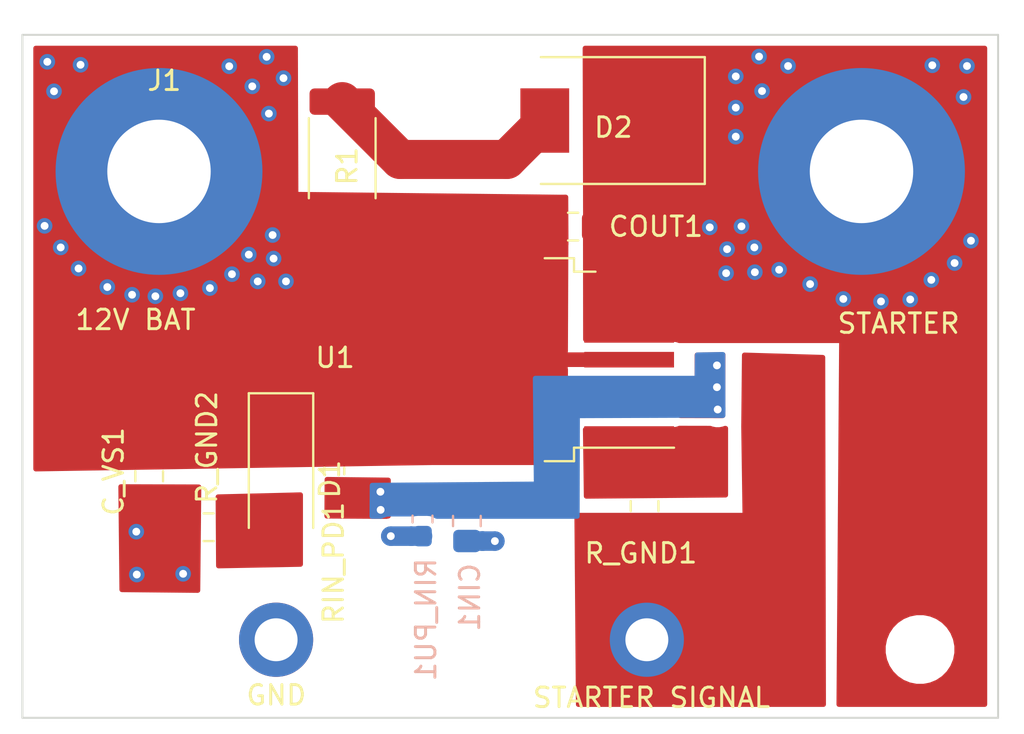
<source format=kicad_pcb>
(kicad_pcb (version 20171130) (host pcbnew "(5.1.2)-2")

  (general
    (thickness 1.6)
    (drawings 6)
    (tracks 71)
    (zones 0)
    (modules 18)
    (nets 10)
  )

  (page A4)
  (layers
    (0 F.Cu signal)
    (1 In1.Cu signal)
    (2 In2.Cu signal)
    (31 B.Cu signal)
    (32 B.Adhes user hide)
    (33 F.Adhes user hide)
    (34 B.Paste user)
    (35 F.Paste user)
    (36 B.SilkS user)
    (37 F.SilkS user)
    (38 B.Mask user)
    (39 F.Mask user)
    (40 Dwgs.User user)
    (41 Cmts.User user)
    (42 Eco1.User user)
    (43 Eco2.User user)
    (44 Edge.Cuts user)
    (45 Margin user)
    (46 B.CrtYd user)
    (47 F.CrtYd user)
    (48 B.Fab user hide)
    (49 F.Fab user)
  )

  (setup
    (last_trace_width 0.25)
    (user_trace_width 1)
    (user_trace_width 3)
    (trace_clearance 0.2)
    (zone_clearance 0.508)
    (zone_45_only no)
    (trace_min 0.2)
    (via_size 0.8)
    (via_drill 0.4)
    (via_min_size 0.4)
    (via_min_drill 0.3)
    (uvia_size 0.3)
    (uvia_drill 0.1)
    (uvias_allowed no)
    (uvia_min_size 0.2)
    (uvia_min_drill 0.1)
    (edge_width 0.05)
    (segment_width 0.2)
    (pcb_text_width 0.3)
    (pcb_text_size 1.5 1.5)
    (mod_edge_width 0.12)
    (mod_text_size 1 1)
    (mod_text_width 0.15)
    (pad_size 3.8 3.8)
    (pad_drill 2.2)
    (pad_to_mask_clearance 0.051)
    (solder_mask_min_width 0.25)
    (aux_axis_origin 0 0)
    (visible_elements 7FFFFFFF)
    (pcbplotparams
      (layerselection 0x010f0_ffffffff)
      (usegerberextensions false)
      (usegerberattributes false)
      (usegerberadvancedattributes false)
      (creategerberjobfile false)
      (excludeedgelayer false)
      (linewidth 0.100000)
      (plotframeref false)
      (viasonmask false)
      (mode 1)
      (useauxorigin true)
      (hpglpennumber 1)
      (hpglpenspeed 20)
      (hpglpendiameter 15.000000)
      (psnegative false)
      (psa4output false)
      (plotreference true)
      (plotvalue true)
      (plotinvisibletext false)
      (padsonsilk true)
      (subtractmaskfromsilk false)
      (outputformat 1)
      (mirror false)
      (drillshape 0)
      (scaleselection 1)
      (outputdirectory "Gerbery/"))
  )

  (net 0 "")
  (net 1 GND)
  (net 2 "Net-(U1-Pad3)")
  (net 3 "Net-(J12-Pad1)")
  (net 4 "Net-(D2-Pad2)")
  (net 5 "Net-(COUT1-Pad1)")
  (net 6 "Net-(CIN1-Pad1)")
  (net 7 "Net-(COUT1-Pad2)")
  (net 8 "Net-(D1-Pad2)")
  (net 9 "Net-(R_GND1-Pad2)")

  (net_class Default "This is the default net class."
    (clearance 0.2)
    (trace_width 0.25)
    (via_dia 0.8)
    (via_drill 0.4)
    (uvia_dia 0.3)
    (uvia_drill 0.1)
    (add_net GND)
    (add_net "Net-(CIN1-Pad1)")
    (add_net "Net-(COUT1-Pad1)")
    (add_net "Net-(COUT1-Pad2)")
    (add_net "Net-(D1-Pad2)")
    (add_net "Net-(D2-Pad2)")
    (add_net "Net-(J12-Pad1)")
    (add_net "Net-(R_GND1-Pad2)")
    (add_net "Net-(U1-Pad3)")
  )

  (module MountingHole:MountingHole_2.5mm (layer F.Cu) (tedit 60899E69) (tstamp 5E7D00A8)
    (at 106 115.5)
    (descr "Mounting Hole 2.5mm, no annular")
    (tags "mounting hole 2.5mm no annular")
    (path /5E820201)
    (attr virtual)
    (fp_text reference H4 (at 0 -3.5) (layer F.Fab)
      (effects (font (size 1 1) (thickness 0.15)))
    )
    (fp_text value MountingHole (at 0 3.5) (layer F.Fab)
      (effects (font (size 1 1) (thickness 0.15)))
    )
    (fp_circle (center 0 0) (end 2.75 0) (layer F.CrtYd) (width 0.05))
    (fp_circle (center 0 0) (end 2.5 0) (layer Cmts.User) (width 0.15))
    (fp_text user %R (at 0.3 0) (layer F.Fab)
      (effects (font (size 1 1) (thickness 0.15)))
    )
    (pad "" np_thru_hole circle (at 0 0) (size 2.5 2.5) (drill 2.5) (layers *.Cu *.Mask))
  )

  (module MountingHole:MountingHole_2.5mm (layer F.Cu) (tedit 56D1B4CB) (tstamp 5E7D00A0)
    (at 148 115.5)
    (descr "Mounting Hole 2.5mm, no annular")
    (tags "mounting hole 2.5mm no annular")
    (path /5E81FE84)
    (attr virtual)
    (fp_text reference H3 (at -0.0577 -3.5368) (layer F.Fab)
      (effects (font (size 1 1) (thickness 0.15)))
    )
    (fp_text value MountingHole (at 0 3.5) (layer F.Fab)
      (effects (font (size 1 1) (thickness 0.15)))
    )
    (fp_circle (center 0 0) (end 2.75 0) (layer F.CrtYd) (width 0.05))
    (fp_circle (center 0 0) (end 2.5 0) (layer Cmts.User) (width 0.15))
    (fp_text user %R (at 0.3 0) (layer F.Fab)
      (effects (font (size 1 1) (thickness 0.15)))
    )
    (pad 1 np_thru_hole circle (at 0 0) (size 2.5 2.5) (drill 2.5) (layers *.Cu *.Mask))
  )

  (module MountingHole:MountingHole_2.5mm (layer F.Cu) (tedit 56D1B4CB) (tstamp 5E7D0090)
    (at 123.7361 86.5632)
    (descr "Mounting Hole 2.5mm, no annular")
    (tags "mounting hole 2.5mm no annular")
    (path /5E81F429)
    (attr virtual)
    (fp_text reference H1 (at 0 -3.5) (layer F.Fab)
      (effects (font (size 1 1) (thickness 0.15)))
    )
    (fp_text value MountingHole (at 0 3.5) (layer F.Fab)
      (effects (font (size 1 1) (thickness 0.15)))
    )
    (fp_circle (center 0 0) (end 2.75 0) (layer F.CrtYd) (width 0.05))
    (fp_circle (center 0 0) (end 2.5 0) (layer Cmts.User) (width 0.15))
    (fp_text user %R (at 0.3 0) (layer F.Fab)
      (effects (font (size 1 1) (thickness 0.15)))
    )
    (pad 1 np_thru_hole circle (at 0 0) (size 2.5 2.5) (drill 2.5) (layers *.Cu *.Mask))
  )

  (module MountingHole:MountingHole_5.3mm_M5_Pad (layer F.Cu) (tedit 60899BF1) (tstamp 608A0F38)
    (at 109.2708 92.6465)
    (descr "Mounting Hole 5.3mm, M5")
    (tags "mounting hole 5.3mm m5")
    (path /5E837101)
    (attr virtual)
    (fp_text reference J1 (at 0 -6.3) (layer F.SilkS)
      (effects (font (size 1 1) (thickness 0.15)))
    )
    (fp_text value "12V BAT" (at -1.4732 5.9563) (layer F.SilkS)
      (effects (font (size 1 1) (thickness 0.15)))
    )
    (fp_circle (center 0 0) (end 5.55 0) (layer F.CrtYd) (width 0.05))
    (fp_circle (center 0 0) (end 5.3 0) (layer Cmts.User) (width 0.15))
    (fp_text user %R (at 0.3 0) (layer F.Fab)
      (effects (font (size 1 1) (thickness 0.15)))
    )
    (pad 1 thru_hole circle (at -0.2708 -1.6465) (size 10.6 10.6) (drill 5.3) (layers *.Cu *.Mask)
      (net 5 "Net-(COUT1-Pad1)"))
  )

  (module MountingHole:MountingHole_5.3mm_M5_Pad (layer F.Cu) (tedit 60899BE4) (tstamp 5E810F95)
    (at 147.7731 92.7492)
    (descr "Mounting Hole 5.3mm, M5")
    (tags "mounting hole 5.3mm m5")
    (path /5E82AE14)
    (attr virtual)
    (fp_text reference STARTER (at -0.8722 6.0441) (layer F.SilkS)
      (effects (font (size 1 1) (thickness 0.15)))
    )
    (fp_text value STARTER (at 0 6.3) (layer F.Fab)
      (effects (font (size 1 1) (thickness 0.15)))
    )
    (fp_circle (center 0 0) (end 5.55 0) (layer F.CrtYd) (width 0.05))
    (fp_circle (center 0 0) (end 5.3 0) (layer Cmts.User) (width 0.15))
    (fp_text user %R (at 0.3 0) (layer F.Fab)
      (effects (font (size 1 1) (thickness 0.15)))
    )
    (pad 1 thru_hole circle (at -2.7731 -1.7492) (size 10.6 10.6) (drill 5.3) (layers *.Cu *.Mask)
      (net 7 "Net-(COUT1-Pad2)"))
  )

  (module Capacitor_SMD:C_0805_2012Metric_Pad1.15x1.40mm_HandSolder (layer F.Cu) (tedit 5B36C52B) (tstamp 5F760073)
    (at 130.2221 93.8276)
    (descr "Capacitor SMD 0805 (2012 Metric), square (rectangular) end terminal, IPC_7351 nominal with elongated pad for handsoldering. (Body size source: https://docs.google.com/spreadsheets/d/1BsfQQcO9C6DZCsRaXUlFlo91Tg2WpOkGARC1WS5S8t0/edit?usp=sharing), generated with kicad-footprint-generator")
    (tags "capacitor handsolder")
    (path /5F71D31C)
    (attr smd)
    (fp_text reference COUT1 (at 4.2418 0) (layer F.SilkS)
      (effects (font (size 1 1) (thickness 0.15)))
    )
    (fp_text value 10nF (at 0 1.65) (layer F.Fab)
      (effects (font (size 1 1) (thickness 0.15)))
    )
    (fp_line (start 1.85 0.95) (end -1.85 0.95) (layer F.CrtYd) (width 0.05))
    (fp_line (start 1.85 -0.95) (end 1.85 0.95) (layer F.CrtYd) (width 0.05))
    (fp_line (start -1.85 -0.95) (end 1.85 -0.95) (layer F.CrtYd) (width 0.05))
    (fp_line (start -1.85 0.95) (end -1.85 -0.95) (layer F.CrtYd) (width 0.05))
    (fp_line (start -0.261252 0.71) (end 0.261252 0.71) (layer F.SilkS) (width 0.12))
    (fp_line (start -0.261252 -0.71) (end 0.261252 -0.71) (layer F.SilkS) (width 0.12))
    (fp_line (start 1 0.6) (end -1 0.6) (layer F.Fab) (width 0.1))
    (fp_line (start 1 -0.6) (end 1 0.6) (layer F.Fab) (width 0.1))
    (fp_line (start -1 -0.6) (end 1 -0.6) (layer F.Fab) (width 0.1))
    (fp_line (start -1 0.6) (end -1 -0.6) (layer F.Fab) (width 0.1))
    (fp_text user %R (at 0 0) (layer F.Fab)
      (effects (font (size 0.5 0.5) (thickness 0.08)))
    )
    (pad 2 smd roundrect (at 1.025 0) (size 1.15 1.4) (layers F.Cu F.Paste F.Mask) (roundrect_rratio 0.217391)
      (net 7 "Net-(COUT1-Pad2)"))
    (pad 1 smd roundrect (at -1.025 0) (size 1.15 1.4) (layers F.Cu F.Paste F.Mask) (roundrect_rratio 0.217391)
      (net 5 "Net-(COUT1-Pad1)"))
    (model ${KISYS3DMOD}/Capacitor_SMD.3dshapes/C_0805_2012Metric.wrl
      (at (xyz 0 0 0))
      (scale (xyz 1 1 1))
      (rotate (xyz 0 0 0))
    )
  )

  (module Resistor_SMD:R_0805_2012Metric (layer F.Cu) (tedit 5B36C52B) (tstamp 6089D7C6)
    (at 111.5441 109.2327)
    (descr "Resistor SMD 0805 (2012 Metric), square (rectangular) end terminal, IPC_7351 nominal, (Body size source: https://docs.google.com/spreadsheets/d/1BsfQQcO9C6DZCsRaXUlFlo91Tg2WpOkGARC1WS5S8t0/edit?usp=sharing), generated with kicad-footprint-generator")
    (tags resistor)
    (path /5F75F4FC)
    (attr smd)
    (fp_text reference R_GND2 (at -0.0889 -4.0894 90) (layer F.SilkS)
      (effects (font (size 1 1) (thickness 0.15)))
    )
    (fp_text value 1R (at 0 1.65) (layer F.Fab)
      (effects (font (size 1 1) (thickness 0.15)))
    )
    (fp_text user %R (at 0 0) (layer F.Fab)
      (effects (font (size 0.5 0.5) (thickness 0.08)))
    )
    (fp_line (start 1.68 0.95) (end -1.68 0.95) (layer F.CrtYd) (width 0.05))
    (fp_line (start 1.68 -0.95) (end 1.68 0.95) (layer F.CrtYd) (width 0.05))
    (fp_line (start -1.68 -0.95) (end 1.68 -0.95) (layer F.CrtYd) (width 0.05))
    (fp_line (start -1.68 0.95) (end -1.68 -0.95) (layer F.CrtYd) (width 0.05))
    (fp_line (start -0.258578 0.71) (end 0.258578 0.71) (layer F.SilkS) (width 0.12))
    (fp_line (start -0.258578 -0.71) (end 0.258578 -0.71) (layer F.SilkS) (width 0.12))
    (fp_line (start 1 0.6) (end -1 0.6) (layer F.Fab) (width 0.1))
    (fp_line (start 1 -0.6) (end 1 0.6) (layer F.Fab) (width 0.1))
    (fp_line (start -1 -0.6) (end 1 -0.6) (layer F.Fab) (width 0.1))
    (fp_line (start -1 0.6) (end -1 -0.6) (layer F.Fab) (width 0.1))
    (pad 2 smd roundrect (at 0.9375 0) (size 0.975 1.4) (layers F.Cu F.Paste F.Mask) (roundrect_rratio 0.25)
      (net 8 "Net-(D1-Pad2)"))
    (pad 1 smd roundrect (at -0.9375 0) (size 0.975 1.4) (layers F.Cu F.Paste F.Mask) (roundrect_rratio 0.25)
      (net 1 GND))
    (model ${KISYS3DMOD}/Resistor_SMD.3dshapes/R_0805_2012Metric.wrl
      (at (xyz 0 0 0))
      (scale (xyz 1 1 1))
      (rotate (xyz 0 0 0))
    )
  )

  (module Resistor_SMD:R_0805_2012Metric (layer F.Cu) (tedit 5B36C52B) (tstamp 5F7603F4)
    (at 133.8834 108.1532 90)
    (descr "Resistor SMD 0805 (2012 Metric), square (rectangular) end terminal, IPC_7351 nominal, (Body size source: https://docs.google.com/spreadsheets/d/1BsfQQcO9C6DZCsRaXUlFlo91Tg2WpOkGARC1WS5S8t0/edit?usp=sharing), generated with kicad-footprint-generator")
    (tags resistor)
    (path /5F73FCC2)
    (attr smd)
    (fp_text reference R_GND1 (at -2.413 -0.1905 180) (layer F.SilkS)
      (effects (font (size 1 1) (thickness 0.15)))
    )
    (fp_text value 10R (at 0 1.65 90) (layer F.Fab)
      (effects (font (size 1 1) (thickness 0.15)))
    )
    (fp_text user %R (at 0 0 90) (layer F.Fab)
      (effects (font (size 0.5 0.5) (thickness 0.08)))
    )
    (fp_line (start 1.68 0.95) (end -1.68 0.95) (layer F.CrtYd) (width 0.05))
    (fp_line (start 1.68 -0.95) (end 1.68 0.95) (layer F.CrtYd) (width 0.05))
    (fp_line (start -1.68 -0.95) (end 1.68 -0.95) (layer F.CrtYd) (width 0.05))
    (fp_line (start -1.68 0.95) (end -1.68 -0.95) (layer F.CrtYd) (width 0.05))
    (fp_line (start -0.258578 0.71) (end 0.258578 0.71) (layer F.SilkS) (width 0.12))
    (fp_line (start -0.258578 -0.71) (end 0.258578 -0.71) (layer F.SilkS) (width 0.12))
    (fp_line (start 1 0.6) (end -1 0.6) (layer F.Fab) (width 0.1))
    (fp_line (start 1 -0.6) (end 1 0.6) (layer F.Fab) (width 0.1))
    (fp_line (start -1 -0.6) (end 1 -0.6) (layer F.Fab) (width 0.1))
    (fp_line (start -1 0.6) (end -1 -0.6) (layer F.Fab) (width 0.1))
    (pad 2 smd roundrect (at 0.9375 0 90) (size 0.975 1.4) (layers F.Cu F.Paste F.Mask) (roundrect_rratio 0.25)
      (net 9 "Net-(R_GND1-Pad2)"))
    (pad 1 smd roundrect (at -0.9375 0 90) (size 0.975 1.4) (layers F.Cu F.Paste F.Mask) (roundrect_rratio 0.25)
      (net 3 "Net-(J12-Pad1)"))
    (model ${KISYS3DMOD}/Resistor_SMD.3dshapes/R_0805_2012Metric.wrl
      (at (xyz 0 0 0))
      (scale (xyz 1 1 1))
      (rotate (xyz 0 0 0))
    )
  )

  (module Resistor_SMD:R_2512_6332Metric (layer F.Cu) (tedit 5B301BBD) (tstamp 6089D41B)
    (at 118.3894 90.3224 270)
    (descr "Resistor SMD 2512 (6332 Metric), square (rectangular) end terminal, IPC_7351 nominal, (Body size source: http://www.tortai-tech.com/upload/download/2011102023233369053.pdf), generated with kicad-footprint-generator")
    (tags resistor)
    (path /608CB319)
    (attr smd)
    (fp_text reference R1 (at 0.4064 -0.254 90) (layer F.SilkS)
      (effects (font (size 1 1) (thickness 0.15)))
    )
    (fp_text value 0.22Ohm (at 0 2.62 90) (layer F.Fab)
      (effects (font (size 1 1) (thickness 0.15)))
    )
    (fp_text user %R (at 0 0 90) (layer F.Fab)
      (effects (font (size 1 1) (thickness 0.15)))
    )
    (fp_line (start 3.82 1.92) (end -3.82 1.92) (layer F.CrtYd) (width 0.05))
    (fp_line (start 3.82 -1.92) (end 3.82 1.92) (layer F.CrtYd) (width 0.05))
    (fp_line (start -3.82 -1.92) (end 3.82 -1.92) (layer F.CrtYd) (width 0.05))
    (fp_line (start -3.82 1.92) (end -3.82 -1.92) (layer F.CrtYd) (width 0.05))
    (fp_line (start -2.052064 1.71) (end 2.052064 1.71) (layer F.SilkS) (width 0.12))
    (fp_line (start -2.052064 -1.71) (end 2.052064 -1.71) (layer F.SilkS) (width 0.12))
    (fp_line (start 3.15 1.6) (end -3.15 1.6) (layer F.Fab) (width 0.1))
    (fp_line (start 3.15 -1.6) (end 3.15 1.6) (layer F.Fab) (width 0.1))
    (fp_line (start -3.15 -1.6) (end 3.15 -1.6) (layer F.Fab) (width 0.1))
    (fp_line (start -3.15 1.6) (end -3.15 -1.6) (layer F.Fab) (width 0.1))
    (pad 2 smd roundrect (at 2.9 0 270) (size 1.35 3.35) (layers F.Cu F.Paste F.Mask) (roundrect_rratio 0.185185)
      (net 5 "Net-(COUT1-Pad1)"))
    (pad 1 smd roundrect (at -2.9 0 270) (size 1.35 3.35) (layers F.Cu F.Paste F.Mask) (roundrect_rratio 0.185185)
      (net 4 "Net-(D2-Pad2)"))
    (model ${KISYS3DMOD}/Resistor_SMD.3dshapes/R_2512_6332Metric.wrl
      (at (xyz 0 0 0))
      (scale (xyz 1 1 1))
      (rotate (xyz 0 0 0))
    )
  )

  (module Diode_SMD:D_SMC (layer F.Cu) (tedit 5864295D) (tstamp 6089D3A8)
    (at 132.1689 88.392 180)
    (descr "Diode SMC (DO-214AB)")
    (tags "Diode SMC (DO-214AB)")
    (path /608A8651)
    (attr smd)
    (fp_text reference D2 (at -0.1143 -0.3556) (layer F.SilkS)
      (effects (font (size 1 1) (thickness 0.15)))
    )
    (fp_text value DIODE (at 0 4.2) (layer F.Fab)
      (effects (font (size 1 1) (thickness 0.15)))
    )
    (fp_line (start -4.8 -3.25) (end 3.6 -3.25) (layer F.SilkS) (width 0.12))
    (fp_line (start -4.8 3.25) (end 3.6 3.25) (layer F.SilkS) (width 0.12))
    (fp_line (start -0.64944 0.00102) (end 0.50118 -0.79908) (layer F.Fab) (width 0.1))
    (fp_line (start -0.64944 0.00102) (end 0.50118 0.75032) (layer F.Fab) (width 0.1))
    (fp_line (start 0.50118 0.75032) (end 0.50118 -0.79908) (layer F.Fab) (width 0.1))
    (fp_line (start -0.64944 -0.79908) (end -0.64944 0.80112) (layer F.Fab) (width 0.1))
    (fp_line (start 0.50118 0.00102) (end 1.4994 0.00102) (layer F.Fab) (width 0.1))
    (fp_line (start -0.64944 0.00102) (end -1.55114 0.00102) (layer F.Fab) (width 0.1))
    (fp_line (start -4.9 3.35) (end -4.9 -3.35) (layer F.CrtYd) (width 0.05))
    (fp_line (start 4.9 3.35) (end -4.9 3.35) (layer F.CrtYd) (width 0.05))
    (fp_line (start 4.9 -3.35) (end 4.9 3.35) (layer F.CrtYd) (width 0.05))
    (fp_line (start -4.9 -3.35) (end 4.9 -3.35) (layer F.CrtYd) (width 0.05))
    (fp_line (start 3.55 -3.1) (end -3.55 -3.1) (layer F.Fab) (width 0.1))
    (fp_line (start 3.55 -3.1) (end 3.55 3.1) (layer F.Fab) (width 0.1))
    (fp_line (start -3.55 3.1) (end -3.55 -3.1) (layer F.Fab) (width 0.1))
    (fp_line (start 3.55 3.1) (end -3.55 3.1) (layer F.Fab) (width 0.1))
    (fp_line (start -4.8 3.25) (end -4.8 -3.25) (layer F.SilkS) (width 0.12))
    (fp_text user %R (at 0 -1.9) (layer F.Fab)
      (effects (font (size 1 1) (thickness 0.15)))
    )
    (pad 2 smd rect (at 3.4 0 270) (size 3.3 2.5) (layers F.Cu F.Paste F.Mask)
      (net 4 "Net-(D2-Pad2)"))
    (pad 1 smd rect (at -3.4 0 270) (size 3.3 2.5) (layers F.Cu F.Paste F.Mask)
      (net 7 "Net-(COUT1-Pad2)"))
    (model ${KISYS3DMOD}/Diode_SMD.3dshapes/D_SMC.wrl
      (at (xyz 0 0 0))
      (scale (xyz 1 1 1))
      (rotate (xyz 0 0 0))
    )
  )

  (module Resistor_SMD:R_0603_1608Metric_Pad1.05x0.95mm_HandSolder (layer B.Cu) (tedit 5B301BBD) (tstamp 5F7603B0)
    (at 122.5042 108.8136 90)
    (descr "Resistor SMD 0603 (1608 Metric), square (rectangular) end terminal, IPC_7351 nominal with elongated pad for handsoldering. (Body size source: http://www.tortai-tech.com/upload/download/2011102023233369053.pdf), generated with kicad-footprint-generator")
    (tags "resistor handsolder")
    (path /5F756386)
    (attr smd)
    (fp_text reference RIN_PU1 (at -5.1562 0.1778 270) (layer B.SilkS)
      (effects (font (size 1 1) (thickness 0.15)) (justify mirror))
    )
    (fp_text value 22k (at 0 -1.43 270) (layer B.Fab)
      (effects (font (size 1 1) (thickness 0.15)) (justify mirror))
    )
    (fp_line (start 1.65 -0.73) (end -1.65 -0.73) (layer B.CrtYd) (width 0.05))
    (fp_line (start 1.65 0.73) (end 1.65 -0.73) (layer B.CrtYd) (width 0.05))
    (fp_line (start -1.65 0.73) (end 1.65 0.73) (layer B.CrtYd) (width 0.05))
    (fp_line (start -1.65 -0.73) (end -1.65 0.73) (layer B.CrtYd) (width 0.05))
    (fp_line (start -0.171267 -0.51) (end 0.171267 -0.51) (layer B.SilkS) (width 0.12))
    (fp_line (start -0.171267 0.51) (end 0.171267 0.51) (layer B.SilkS) (width 0.12))
    (fp_line (start 0.8 -0.4) (end -0.8 -0.4) (layer B.Fab) (width 0.1))
    (fp_line (start 0.8 0.4) (end 0.8 -0.4) (layer B.Fab) (width 0.1))
    (fp_line (start -0.8 0.4) (end 0.8 0.4) (layer B.Fab) (width 0.1))
    (fp_line (start -0.8 -0.4) (end -0.8 0.4) (layer B.Fab) (width 0.1))
    (fp_text user %R (at 0 0 270) (layer B.Fab)
      (effects (font (size 0.4 0.4) (thickness 0.06)) (justify mirror))
    )
    (pad 2 smd roundrect (at 0.875 0 90) (size 1.05 0.95) (layers B.Cu B.Paste B.Mask) (roundrect_rratio 0.25)
      (net 6 "Net-(CIN1-Pad1)"))
    (pad 1 smd roundrect (at -0.875 0 90) (size 1.05 0.95) (layers B.Cu B.Paste B.Mask) (roundrect_rratio 0.25)
      (net 1 GND))
    (model ${KISYS3DMOD}/Resistor_SMD.3dshapes/R_0603_1608Metric.wrl
      (at (xyz 0 0 0))
      (scale (xyz 1 1 1))
      (rotate (xyz 0 0 0))
    )
  )

  (module Resistor_SMD:R_0603_1608Metric_Pad1.05x0.95mm_HandSolder (layer F.Cu) (tedit 5B301BBD) (tstamp 5F76037D)
    (at 117.983 106.3498 270)
    (descr "Resistor SMD 0603 (1608 Metric), square (rectangular) end terminal, IPC_7351 nominal with elongated pad for handsoldering. (Body size source: http://www.tortai-tech.com/upload/download/2011102023233369053.pdf), generated with kicad-footprint-generator")
    (tags "resistor handsolder")
    (path /5F75D50E)
    (attr smd)
    (fp_text reference RIN_PD1 (at 4.7117 0.0381 270) (layer F.SilkS)
      (effects (font (size 1 1) (thickness 0.15)))
    )
    (fp_text value 22kR (at 0 1.43 270) (layer F.Fab)
      (effects (font (size 1 1) (thickness 0.15)))
    )
    (fp_line (start 1.65 0.73) (end -1.65 0.73) (layer F.CrtYd) (width 0.05))
    (fp_line (start 1.65 -0.73) (end 1.65 0.73) (layer F.CrtYd) (width 0.05))
    (fp_line (start -1.65 -0.73) (end 1.65 -0.73) (layer F.CrtYd) (width 0.05))
    (fp_line (start -1.65 0.73) (end -1.65 -0.73) (layer F.CrtYd) (width 0.05))
    (fp_line (start -0.171267 0.51) (end 0.171267 0.51) (layer F.SilkS) (width 0.12))
    (fp_line (start -0.171267 -0.51) (end 0.171267 -0.51) (layer F.SilkS) (width 0.12))
    (fp_line (start 0.8 0.4) (end -0.8 0.4) (layer F.Fab) (width 0.1))
    (fp_line (start 0.8 -0.4) (end 0.8 0.4) (layer F.Fab) (width 0.1))
    (fp_line (start -0.8 -0.4) (end 0.8 -0.4) (layer F.Fab) (width 0.1))
    (fp_line (start -0.8 0.4) (end -0.8 -0.4) (layer F.Fab) (width 0.1))
    (fp_text user %R (at 0 0 270) (layer F.Fab)
      (effects (font (size 0.4 0.4) (thickness 0.06)))
    )
    (pad 2 smd roundrect (at 0.875 0 270) (size 1.05 0.95) (layers F.Cu F.Paste F.Mask) (roundrect_rratio 0.25)
      (net 6 "Net-(CIN1-Pad1)"))
    (pad 1 smd roundrect (at -0.875 0 270) (size 1.05 0.95) (layers F.Cu F.Paste F.Mask) (roundrect_rratio 0.25)
      (net 5 "Net-(COUT1-Pad1)"))
    (model ${KISYS3DMOD}/Resistor_SMD.3dshapes/R_0603_1608Metric.wrl
      (at (xyz 0 0 0))
      (scale (xyz 1 1 1))
      (rotate (xyz 0 0 0))
    )
  )

  (module Diode_SMD:D_SMA_Handsoldering (layer F.Cu) (tedit 58643398) (tstamp 5F760104)
    (at 115.2525 106.7689 270)
    (descr "Diode SMA (DO-214AC) Handsoldering")
    (tags "Diode SMA (DO-214AC) Handsoldering")
    (path /5F75E37C)
    (attr smd)
    (fp_text reference D1 (at 0 -2.5 90) (layer F.SilkS)
      (effects (font (size 1 1) (thickness 0.15)))
    )
    (fp_text value D_TVS_ALT (at 0 2.6 90) (layer F.Fab)
      (effects (font (size 1 1) (thickness 0.15)))
    )
    (fp_line (start -4.4 -1.65) (end 2.5 -1.65) (layer F.SilkS) (width 0.12))
    (fp_line (start -4.4 1.65) (end 2.5 1.65) (layer F.SilkS) (width 0.12))
    (fp_line (start -0.64944 0.00102) (end 0.50118 -0.79908) (layer F.Fab) (width 0.1))
    (fp_line (start -0.64944 0.00102) (end 0.50118 0.75032) (layer F.Fab) (width 0.1))
    (fp_line (start 0.50118 0.75032) (end 0.50118 -0.79908) (layer F.Fab) (width 0.1))
    (fp_line (start -0.64944 -0.79908) (end -0.64944 0.80112) (layer F.Fab) (width 0.1))
    (fp_line (start 0.50118 0.00102) (end 1.4994 0.00102) (layer F.Fab) (width 0.1))
    (fp_line (start -0.64944 0.00102) (end -1.55114 0.00102) (layer F.Fab) (width 0.1))
    (fp_line (start -4.5 1.75) (end -4.5 -1.75) (layer F.CrtYd) (width 0.05))
    (fp_line (start 4.5 1.75) (end -4.5 1.75) (layer F.CrtYd) (width 0.05))
    (fp_line (start 4.5 -1.75) (end 4.5 1.75) (layer F.CrtYd) (width 0.05))
    (fp_line (start -4.5 -1.75) (end 4.5 -1.75) (layer F.CrtYd) (width 0.05))
    (fp_line (start 2.3 -1.5) (end -2.3 -1.5) (layer F.Fab) (width 0.1))
    (fp_line (start 2.3 -1.5) (end 2.3 1.5) (layer F.Fab) (width 0.1))
    (fp_line (start -2.3 1.5) (end -2.3 -1.5) (layer F.Fab) (width 0.1))
    (fp_line (start 2.3 1.5) (end -2.3 1.5) (layer F.Fab) (width 0.1))
    (fp_line (start -4.4 -1.65) (end -4.4 1.65) (layer F.SilkS) (width 0.12))
    (fp_text user %R (at 0 -2.5 90) (layer F.Fab)
      (effects (font (size 1 1) (thickness 0.15)))
    )
    (pad 2 smd rect (at 2.5 0 270) (size 3.5 1.8) (layers F.Cu F.Paste F.Mask)
      (net 8 "Net-(D1-Pad2)"))
    (pad 1 smd rect (at -2.5 0 270) (size 3.5 1.8) (layers F.Cu F.Paste F.Mask)
      (net 5 "Net-(COUT1-Pad1)"))
    (model ${KISYS3DMOD}/Diode_SMD.3dshapes/D_SMA.wrl
      (at (xyz 0 0 0))
      (scale (xyz 1 1 1))
      (rotate (xyz 0 0 0))
    )
  )

  (module Capacitor_SMD:C_0805_2012Metric_Pad1.15x1.40mm_HandSolder (layer B.Cu) (tedit 5B36C52B) (tstamp 5F76AB69)
    (at 124.7775 108.9152 270)
    (descr "Capacitor SMD 0805 (2012 Metric), square (rectangular) end terminal, IPC_7351 nominal with elongated pad for handsoldering. (Body size source: https://docs.google.com/spreadsheets/d/1BsfQQcO9C6DZCsRaXUlFlo91Tg2WpOkGARC1WS5S8t0/edit?usp=sharing), generated with kicad-footprint-generator")
    (tags "capacitor handsolder")
    (path /5F755A6D)
    (attr smd)
    (fp_text reference CIN1 (at 3.9116 -0.1524 270) (layer B.SilkS)
      (effects (font (size 1 1) (thickness 0.15)) (justify mirror))
    )
    (fp_text value 220nF (at 0 -1.65 270) (layer B.Fab)
      (effects (font (size 1 1) (thickness 0.15)) (justify mirror))
    )
    (fp_line (start 1.85 -0.95) (end -1.85 -0.95) (layer B.CrtYd) (width 0.05))
    (fp_line (start 1.85 0.95) (end 1.85 -0.95) (layer B.CrtYd) (width 0.05))
    (fp_line (start -1.85 0.95) (end 1.85 0.95) (layer B.CrtYd) (width 0.05))
    (fp_line (start -1.85 -0.95) (end -1.85 0.95) (layer B.CrtYd) (width 0.05))
    (fp_line (start -0.261252 -0.71) (end 0.261252 -0.71) (layer B.SilkS) (width 0.12))
    (fp_line (start -0.261252 0.71) (end 0.261252 0.71) (layer B.SilkS) (width 0.12))
    (fp_line (start 1 -0.6) (end -1 -0.6) (layer B.Fab) (width 0.1))
    (fp_line (start 1 0.6) (end 1 -0.6) (layer B.Fab) (width 0.1))
    (fp_line (start -1 0.6) (end 1 0.6) (layer B.Fab) (width 0.1))
    (fp_line (start -1 -0.6) (end -1 0.6) (layer B.Fab) (width 0.1))
    (fp_text user %R (at 0 0 270) (layer B.Fab)
      (effects (font (size 0.5 0.5) (thickness 0.08)) (justify mirror))
    )
    (pad 2 smd roundrect (at 1.025 0 270) (size 1.15 1.4) (layers B.Cu B.Paste B.Mask) (roundrect_rratio 0.217391)
      (net 1 GND))
    (pad 1 smd roundrect (at -1.025 0 270) (size 1.15 1.4) (layers B.Cu B.Paste B.Mask) (roundrect_rratio 0.217391)
      (net 6 "Net-(CIN1-Pad1)"))
    (model ${KISYS3DMOD}/Capacitor_SMD.3dshapes/C_0805_2012Metric.wrl
      (at (xyz 0 0 0))
      (scale (xyz 1 1 1))
      (rotate (xyz 0 0 0))
    )
  )

  (module Capacitor_SMD:C_0805_2012Metric_Pad1.15x1.40mm_HandSolder (layer F.Cu) (tedit 5B36C52B) (tstamp 5F760040)
    (at 108.4961 106.6165 270)
    (descr "Capacitor SMD 0805 (2012 Metric), square (rectangular) end terminal, IPC_7351 nominal with elongated pad for handsoldering. (Body size source: https://docs.google.com/spreadsheets/d/1BsfQQcO9C6DZCsRaXUlFlo91Tg2WpOkGARC1WS5S8t0/edit?usp=sharing), generated with kicad-footprint-generator")
    (tags "capacitor handsolder")
    (path /5F71CA19)
    (attr smd)
    (fp_text reference C_VS1 (at -0.2413 1.8288 90) (layer F.SilkS)
      (effects (font (size 1 1) (thickness 0.15)))
    )
    (fp_text value 100nF (at 0 1.65 90) (layer F.Fab)
      (effects (font (size 1 1) (thickness 0.15)))
    )
    (fp_line (start 1.85 0.95) (end -1.85 0.95) (layer F.CrtYd) (width 0.05))
    (fp_line (start 1.85 -0.95) (end 1.85 0.95) (layer F.CrtYd) (width 0.05))
    (fp_line (start -1.85 -0.95) (end 1.85 -0.95) (layer F.CrtYd) (width 0.05))
    (fp_line (start -1.85 0.95) (end -1.85 -0.95) (layer F.CrtYd) (width 0.05))
    (fp_line (start -0.261252 0.71) (end 0.261252 0.71) (layer F.SilkS) (width 0.12))
    (fp_line (start -0.261252 -0.71) (end 0.261252 -0.71) (layer F.SilkS) (width 0.12))
    (fp_line (start 1 0.6) (end -1 0.6) (layer F.Fab) (width 0.1))
    (fp_line (start 1 -0.6) (end 1 0.6) (layer F.Fab) (width 0.1))
    (fp_line (start -1 -0.6) (end 1 -0.6) (layer F.Fab) (width 0.1))
    (fp_line (start -1 0.6) (end -1 -0.6) (layer F.Fab) (width 0.1))
    (fp_text user %R (at 0 0 90) (layer F.Fab)
      (effects (font (size 0.5 0.5) (thickness 0.08)))
    )
    (pad 2 smd roundrect (at 1.025 0 270) (size 1.15 1.4) (layers F.Cu F.Paste F.Mask) (roundrect_rratio 0.217391)
      (net 1 GND))
    (pad 1 smd roundrect (at -1.025 0 270) (size 1.15 1.4) (layers F.Cu F.Paste F.Mask) (roundrect_rratio 0.217391)
      (net 5 "Net-(COUT1-Pad1)"))
    (model ${KISYS3DMOD}/Capacitor_SMD.3dshapes/C_0805_2012Metric.wrl
      (at (xyz 0 0 0))
      (scale (xyz 1 1 1))
      (rotate (xyz 0 0 0))
    )
  )

  (module MountingHole:MountingHole_2.2mm_M2_DIN965_Pad (layer F.Cu) (tedit 56D1B4CB) (tstamp 608A1A62)
    (at 115 115)
    (descr "Mounting Hole 2.2mm, M2, DIN965")
    (tags "mounting hole 2.2mm m2 din965")
    (path /5E84B2D0)
    (attr virtual)
    (fp_text reference GND (at 0.0112 2.8433) (layer F.SilkS)
      (effects (font (size 1 1) (thickness 0.15)))
    )
    (fp_text value GND (at 0 2.9) (layer F.Fab)
      (effects (font (size 1 1) (thickness 0.15)))
    )
    (fp_circle (center 0 0) (end 2.15 0) (layer F.CrtYd) (width 0.05))
    (fp_circle (center 0 0) (end 1.9 0) (layer Cmts.User) (width 0.15))
    (fp_text user %R (at 0.3 0) (layer F.Fab)
      (effects (font (size 1 1) (thickness 0.15)))
    )
    (pad 1 thru_hole circle (at 0 0) (size 3.8 3.8) (drill 2.2) (layers *.Cu *.Mask)
      (net 1 GND))
  )

  (module MountingHole:MountingHole_2.2mm_M2_DIN965_Pad (layer F.Cu) (tedit 56D1B4CB) (tstamp 5E80FEC5)
    (at 134 115)
    (descr "Mounting Hole 2.2mm, M2, DIN965")
    (tags "mounting hole 2.2mm m2 din965")
    (path /5E826B2D)
    (attr virtual)
    (fp_text reference J12 (at 3.6957 2.9337) (layer F.Fab)
      (effects (font (size 1 1) (thickness 0.15)))
    )
    (fp_text value "STARTER SIGNAL" (at 0 2.9) (layer F.Fab)
      (effects (font (size 1 1) (thickness 0.15)))
    )
    (fp_circle (center 0 0) (end 2.15 0) (layer F.CrtYd) (width 0.05))
    (fp_circle (center 0 0) (end 1.9 0) (layer Cmts.User) (width 0.15))
    (fp_text user %R (at 0.3 0) (layer F.Fab)
      (effects (font (size 1 1) (thickness 0.15)))
    )
    (pad 1 thru_hole circle (at 0 0) (size 3.8 3.8) (drill 2.2) (layers *.Cu *.Mask)
      (net 3 "Net-(J12-Pad1)"))
  )

  (module Package_TO_SOT_SMD:TO-263-7_TabPin4 (layer F.Cu) (tedit 5A70FC4E) (tstamp 5E811071)
    (at 127.3175 100.6475 180)
    (descr "TO-263 / D2PAK / DDPAK SMD package, http://www.infineon.com/cms/en/product/packages/PG-TO263/PG-TO263-7-1/")
    (tags "D2PAK DDPAK TO-263 D2PAK-7 TO-263-7 SOT-427")
    (path /5E7C7F46)
    (attr smd)
    (fp_text reference U1 (at 9.2964 0.1016) (layer F.SilkS)
      (effects (font (size 1 1) (thickness 0.15)))
    )
    (fp_text value BTS50010-1TAE (at 0 6.65) (layer F.Fab)
      (effects (font (size 1 1) (thickness 0.15)))
    )
    (fp_line (start 6.5 -5) (end 7.5 -5) (layer F.Fab) (width 0.1))
    (fp_line (start 7.5 -5) (end 7.5 5) (layer F.Fab) (width 0.1))
    (fp_line (start 7.5 5) (end 6.5 5) (layer F.Fab) (width 0.1))
    (fp_line (start 6.5 -5) (end 6.5 5) (layer F.Fab) (width 0.1))
    (fp_line (start 6.5 5) (end -2.75 5) (layer F.Fab) (width 0.1))
    (fp_line (start -2.75 5) (end -2.75 -4) (layer F.Fab) (width 0.1))
    (fp_line (start -2.75 -4) (end -1.75 -5) (layer F.Fab) (width 0.1))
    (fp_line (start -1.75 -5) (end 6.5 -5) (layer F.Fab) (width 0.1))
    (fp_line (start -2.64 -4.11) (end -7.45 -4.11) (layer F.Fab) (width 0.1))
    (fp_line (start -7.45 -4.11) (end -7.45 -3.51) (layer F.Fab) (width 0.1))
    (fp_line (start -7.45 -3.51) (end -2.75 -3.51) (layer F.Fab) (width 0.1))
    (fp_line (start -2.75 -2.84) (end -7.45 -2.84) (layer F.Fab) (width 0.1))
    (fp_line (start -7.45 -2.84) (end -7.45 -2.24) (layer F.Fab) (width 0.1))
    (fp_line (start -7.45 -2.24) (end -2.75 -2.24) (layer F.Fab) (width 0.1))
    (fp_line (start -2.75 -1.57) (end -7.45 -1.57) (layer F.Fab) (width 0.1))
    (fp_line (start -7.45 -1.57) (end -7.45 -0.97) (layer F.Fab) (width 0.1))
    (fp_line (start -7.45 -0.97) (end -2.75 -0.97) (layer F.Fab) (width 0.1))
    (fp_line (start -2.75 -0.3) (end -7.45 -0.3) (layer F.Fab) (width 0.1))
    (fp_line (start -7.45 -0.3) (end -7.45 0.3) (layer F.Fab) (width 0.1))
    (fp_line (start -7.45 0.3) (end -2.75 0.3) (layer F.Fab) (width 0.1))
    (fp_line (start -2.75 0.97) (end -7.45 0.97) (layer F.Fab) (width 0.1))
    (fp_line (start -7.45 0.97) (end -7.45 1.57) (layer F.Fab) (width 0.1))
    (fp_line (start -7.45 1.57) (end -2.75 1.57) (layer F.Fab) (width 0.1))
    (fp_line (start -2.75 2.24) (end -7.45 2.24) (layer F.Fab) (width 0.1))
    (fp_line (start -7.45 2.24) (end -7.45 2.84) (layer F.Fab) (width 0.1))
    (fp_line (start -7.45 2.84) (end -2.75 2.84) (layer F.Fab) (width 0.1))
    (fp_line (start -2.75 3.51) (end -7.45 3.51) (layer F.Fab) (width 0.1))
    (fp_line (start -7.45 3.51) (end -7.45 4.11) (layer F.Fab) (width 0.1))
    (fp_line (start -7.45 4.11) (end -2.75 4.11) (layer F.Fab) (width 0.1))
    (fp_line (start -1.45 -5.2) (end -2.95 -5.2) (layer F.SilkS) (width 0.12))
    (fp_line (start -2.95 -5.2) (end -2.95 -4.51) (layer F.SilkS) (width 0.12))
    (fp_line (start -2.95 -4.51) (end -8.075 -4.51) (layer F.SilkS) (width 0.12))
    (fp_line (start -1.45 5.2) (end -2.95 5.2) (layer F.SilkS) (width 0.12))
    (fp_line (start -2.95 5.2) (end -2.95 4.51) (layer F.SilkS) (width 0.12))
    (fp_line (start -2.95 4.51) (end -4.05 4.51) (layer F.SilkS) (width 0.12))
    (fp_line (start -8.32 -5.65) (end -8.32 5.65) (layer F.CrtYd) (width 0.05))
    (fp_line (start -8.32 5.65) (end 8.32 5.65) (layer F.CrtYd) (width 0.05))
    (fp_line (start 8.32 5.65) (end 8.32 -5.65) (layer F.CrtYd) (width 0.05))
    (fp_line (start 8.32 -5.65) (end -8.32 -5.65) (layer F.CrtYd) (width 0.05))
    (fp_text user %R (at 0 0) (layer F.Fab)
      (effects (font (size 1 1) (thickness 0.15)))
    )
    (pad 1 smd rect (at -5.775 -3.81 180) (size 4.6 0.8) (layers F.Cu F.Paste F.Mask)
      (net 9 "Net-(R_GND1-Pad2)"))
    (pad 2 smd rect (at -5.775 -2.54 180) (size 4.6 0.8) (layers F.Cu F.Paste F.Mask)
      (net 6 "Net-(CIN1-Pad1)"))
    (pad 3 smd rect (at -5.775 -1.27 180) (size 4.6 0.8) (layers F.Cu F.Paste F.Mask)
      (net 2 "Net-(U1-Pad3)"))
    (pad 4 smd rect (at -5.775 0 180) (size 4.6 0.8) (layers F.Cu F.Paste F.Mask)
      (net 5 "Net-(COUT1-Pad1)"))
    (pad 5 smd rect (at -5.775 1.27 180) (size 4.6 0.8) (layers F.Cu F.Paste F.Mask)
      (net 7 "Net-(COUT1-Pad2)"))
    (pad 6 smd rect (at -5.775 2.54 180) (size 4.6 0.8) (layers F.Cu F.Paste F.Mask)
      (net 7 "Net-(COUT1-Pad2)"))
    (pad 7 smd rect (at -5.775 3.81 180) (size 4.6 0.8) (layers F.Cu F.Paste F.Mask)
      (net 7 "Net-(COUT1-Pad2)"))
    (pad 4 smd rect (at 3.375 0 180) (size 9.4 10.8) (layers F.Cu F.Mask)
      (net 5 "Net-(COUT1-Pad1)"))
    (pad "" smd rect (at 5.8 2.775 180) (size 4.55 5.25) (layers F.Paste))
    (pad "" smd rect (at 0.95 -2.775 180) (size 4.55 5.25) (layers F.Paste))
    (pad "" smd rect (at 5.8 -2.775 180) (size 4.55 5.25) (layers F.Paste))
    (pad "" smd rect (at 0.95 2.775 180) (size 4.55 5.25) (layers F.Paste))
    (model ${KISYS3DMOD}/Package_TO_SOT_SMD.3dshapes/TO-263-7_TabPin4.wrl
      (at (xyz 0 0 0))
      (scale (xyz 1 1 1))
      (rotate (xyz 0 0 0))
    )
  )

  (gr_line (start 152 119) (end 102 119) (layer Edge.Cuts) (width 0.1) (tstamp 5E81153D))
  (gr_line (start 152 84) (end 152 119) (layer Edge.Cuts) (width 0.1))
  (gr_line (start 102 84) (end 152 84) (layer Edge.Cuts) (width 0.1) (tstamp 6089EC1B))
  (gr_text "STARTER SIGNAL" (at 134.239 117.9703) (layer F.SilkS)
    (effects (font (size 1 1) (thickness 0.15)))
  )
  (gr_text GND (at 118.7323 115.9764) (layer F.Fab)
    (effects (font (size 1 1) (thickness 0.15)))
  )
  (gr_line (start 102 119) (end 102 84) (layer Edge.Cuts) (width 0.1))

  (segment (start 125.5775 109.9402) (end 125.5812 109.9439) (width 1) (layer B.Cu) (net 1))
  (segment (start 124.7775 109.9402) (end 125.5775 109.9402) (width 1) (layer B.Cu) (net 1))
  (segment (start 125.5812 109.9439) (end 126.2126 109.9439) (width 1) (layer B.Cu) (net 1))
  (segment (start 126.2126 109.9439) (end 126.2126 109.9439) (width 1) (layer B.Cu) (net 1) (tstamp 6089F1A4))
  (via (at 126.2126 109.9439) (size 0.8) (drill 0.4) (layers F.Cu B.Cu) (net 1))
  (segment (start 121.9292 109.6886) (end 121.9279 109.6899) (width 1) (layer B.Cu) (net 1))
  (segment (start 122.5042 109.6886) (end 121.9292 109.6886) (width 1) (layer B.Cu) (net 1))
  (segment (start 121.9279 109.6899) (end 120.8786 109.6899) (width 1) (layer B.Cu) (net 1))
  (segment (start 120.8786 109.6899) (end 120.8786 109.6899) (width 1) (layer B.Cu) (net 1) (tstamp 6089F1BB))
  (via (at 120.8786 109.6899) (size 0.8) (drill 0.4) (layers F.Cu B.Cu) (net 1))
  (via (at 110.236 111.6203) (size 0.8) (drill 0.4) (layers F.Cu B.Cu) (net 1))
  (via (at 107.8611 111.6584) (size 0.8) (drill 0.4) (layers F.Cu B.Cu) (net 1))
  (via (at 107.8357 109.4613) (size 0.8) (drill 0.4) (layers F.Cu B.Cu) (net 1))
  (segment (start 128.7689 88.392) (end 128.7653 88.392) (width 1) (layer F.Cu) (net 4))
  (segment (start 128.7689 88.392) (end 128.7689 88.4773) (width 1) (layer F.Cu) (net 4))
  (segment (start 128.732999 88.513201) (end 128.694899 88.513201) (width 2) (layer F.Cu) (net 4))
  (segment (start 128.7689 88.4773) (end 128.732999 88.513201) (width 1) (layer F.Cu) (net 4))
  (segment (start 128.694899 88.513201) (end 126.8222 90.3859) (width 2) (layer F.Cu) (net 4))
  (segment (start 121.3529 90.3859) (end 118.3894 87.4224) (width 2) (layer F.Cu) (net 4))
  (segment (start 126.8222 90.3859) (end 121.3529 90.3859) (width 2) (layer F.Cu) (net 4))
  (segment (start 133.0925 100.6475) (end 123.9425 100.6475) (width 0.75) (layer F.Cu) (net 5))
  (via (at 115.3795 86.2203) (size 0.8) (drill 0.4) (layers F.Cu B.Cu) (net 5))
  (via (at 114.5159 85.1281) (size 0.8) (drill 0.4) (layers F.Cu B.Cu) (net 5))
  (via (at 114.6302 88.0364) (size 0.8) (drill 0.4) (layers F.Cu B.Cu) (net 5))
  (via (at 113.7793 86.6394) (size 0.8) (drill 0.4) (layers F.Cu B.Cu) (net 5))
  (via (at 112.5982 85.6107) (size 0.8) (drill 0.4) (layers F.Cu B.Cu) (net 5))
  (via (at 104.9782 85.5345) (size 0.8) (drill 0.4) (layers F.Cu B.Cu) (net 5))
  (via (at 103.6193 86.8934) (size 0.8) (drill 0.4) (layers F.Cu B.Cu) (net 5))
  (via (at 103.2764 85.3821) (size 0.8) (drill 0.4) (layers F.Cu B.Cu) (net 5))
  (via (at 103.1367 93.7895) (size 0.8) (drill 0.4) (layers F.Cu B.Cu) (net 5))
  (via (at 103.9622 94.8944) (size 0.8) (drill 0.4) (layers F.Cu B.Cu) (net 5))
  (via (at 104.8766 95.9739) (size 0.8) (drill 0.4) (layers F.Cu B.Cu) (net 5))
  (via (at 106.3498 96.9264) (size 0.8) (drill 0.4) (layers F.Cu B.Cu) (net 5))
  (via (at 107.6198 97.3201) (size 0.8) (drill 0.4) (layers F.Cu B.Cu) (net 5))
  (via (at 108.8136 97.3963) (size 0.8) (drill 0.4) (layers F.Cu B.Cu) (net 5))
  (via (at 110.0963 97.2439) (size 0.8) (drill 0.4) (layers F.Cu B.Cu) (net 5))
  (via (at 111.6076 96.9772) (size 0.8) (drill 0.4) (layers F.Cu B.Cu) (net 5))
  (via (at 112.7379 96.266) (size 0.8) (drill 0.4) (layers F.Cu B.Cu) (net 5))
  (via (at 113.6015 95.2627) (size 0.8) (drill 0.4) (layers F.Cu B.Cu) (net 5))
  (via (at 114.0587 96.6343) (size 0.8) (drill 0.4) (layers F.Cu B.Cu) (net 5))
  (via (at 114.8715 95.4659) (size 0.8) (drill 0.4) (layers F.Cu B.Cu) (net 5))
  (via (at 114.8207 94.2594) (size 0.8) (drill 0.4) (layers F.Cu B.Cu) (net 5))
  (via (at 115.5065 96.6343) (size 0.8) (drill 0.4) (layers F.Cu B.Cu) (net 5))
  (via (at 137.5918 100.9396) (size 0.8) (drill 0.4) (layers F.Cu B.Cu) (net 6))
  (via (at 120.3452 107.4166) (size 0.8) (drill 0.4) (layers F.Cu B.Cu) (net 6))
  (via (at 120.3579 108.3437) (size 0.8) (drill 0.4) (layers F.Cu B.Cu) (net 6))
  (via (at 137.6299 103.2002) (size 0.8) (drill 0.4) (layers F.Cu B.Cu) (net 6))
  (via (at 137.5918 102.0572) (size 0.8) (drill 0.4) (layers F.Cu B.Cu) (net 6))
  (via (at 148.6281 85.5599) (size 0.8) (drill 0.4) (layers F.Cu B.Cu) (net 7))
  (via (at 150.2283 87.1855) (size 0.8) (drill 0.4) (layers F.Cu B.Cu) (net 7))
  (via (at 150.4061 85.598) (size 0.8) (drill 0.4) (layers F.Cu B.Cu) (net 7))
  (via (at 138.557 89.2175) (size 0.8) (drill 0.4) (layers F.Cu B.Cu) (net 7))
  (via (at 138.557 87.7316) (size 0.8) (drill 0.4) (layers F.Cu B.Cu) (net 7))
  (via (at 138.557 86.1314) (size 0.8) (drill 0.4) (layers F.Cu B.Cu) (net 7))
  (via (at 139.9032 86.8807) (size 0.8) (drill 0.4) (layers F.Cu B.Cu) (net 7))
  (via (at 141.2367 85.598) (size 0.8) (drill 0.4) (layers F.Cu B.Cu) (net 7))
  (via (at 139.7508 85.1154) (size 0.8) (drill 0.4) (layers F.Cu B.Cu) (net 7))
  (via (at 150.6093 94.5515) (size 0.8) (drill 0.4) (layers F.Cu B.Cu) (net 7))
  (via (at 149.7711 95.6945) (size 0.8) (drill 0.4) (layers F.Cu B.Cu) (net 7))
  (via (at 148.5773 96.5581) (size 0.8) (drill 0.4) (layers F.Cu B.Cu) (net 7))
  (via (at 147.4978 97.5614) (size 0.8) (drill 0.4) (layers F.Cu B.Cu) (net 7))
  (via (at 145.9992 97.663) (size 0.8) (drill 0.4) (layers F.Cu B.Cu) (net 7))
  (via (at 144.0688 97.536) (size 0.8) (drill 0.4) (layers F.Cu B.Cu) (net 7))
  (via (at 142.367 96.774) (size 0.8) (drill 0.4) (layers F.Cu B.Cu) (net 7))
  (via (at 140.7795 96.0374) (size 0.8) (drill 0.4) (layers F.Cu B.Cu) (net 7))
  (via (at 139.5095 94.8944) (size 0.8) (drill 0.4) (layers F.Cu B.Cu) (net 7))
  (via (at 139.5349 96.1644) (size 0.8) (drill 0.4) (layers F.Cu B.Cu) (net 7))
  (via (at 138.8491 93.8149) (size 0.8) (drill 0.4) (layers F.Cu B.Cu) (net 7))
  (via (at 138.1125 94.9833) (size 0.8) (drill 0.4) (layers F.Cu B.Cu) (net 7))
  (via (at 137.2235 93.8657) (size 0.8) (drill 0.4) (layers F.Cu B.Cu) (net 7))
  (via (at 138.0617 96.2152) (size 0.8) (drill 0.4) (layers F.Cu B.Cu) (net 7))

  (zone (net 1) (net_name GND) (layer In1.Cu) (tstamp 0) (hatch edge 0.508)
    (connect_pads (clearance 0.508))
    (min_thickness 0.254)
    (fill yes (arc_segments 32) (thermal_gap 0.508) (thermal_bridge_width 0.508))
    (polygon
      (pts
        (xy 152.1714 118.9863) (xy 101.8921 119.1006) (xy 101.7778 83.9597) (xy 152.019 83.9216)
      )
    )
    (filled_polygon
      (pts
        (xy 123.186266 84.750639) (xy 122.843218 84.892734) (xy 122.534482 85.099025) (xy 122.271925 85.361582) (xy 122.065634 85.670318)
        (xy 121.923539 86.013366) (xy 121.8511 86.377544) (xy 121.8511 86.748856) (xy 121.923539 87.113034) (xy 122.065634 87.456082)
        (xy 122.271925 87.764818) (xy 122.534482 88.027375) (xy 122.843218 88.233666) (xy 123.186266 88.375761) (xy 123.550444 88.4482)
        (xy 123.921756 88.4482) (xy 124.285934 88.375761) (xy 124.628982 88.233666) (xy 124.937718 88.027375) (xy 125.200275 87.764818)
        (xy 125.406566 87.456082) (xy 125.548661 87.113034) (xy 125.6211 86.748856) (xy 125.6211 86.377544) (xy 125.548661 86.013366)
        (xy 125.406566 85.670318) (xy 125.200275 85.361582) (xy 124.937718 85.099025) (xy 124.628982 84.892734) (xy 124.285934 84.750639)
        (xy 123.955942 84.685) (xy 138.808802 84.685) (xy 138.755574 84.813502) (xy 138.7158 85.013461) (xy 138.7158 85.10771)
        (xy 138.658939 85.0964) (xy 138.455061 85.0964) (xy 138.255102 85.136174) (xy 138.066744 85.214195) (xy 137.897226 85.327463)
        (xy 137.753063 85.471626) (xy 137.639795 85.641144) (xy 137.561774 85.829502) (xy 137.522 86.029461) (xy 137.522 86.233339)
        (xy 137.561774 86.433298) (xy 137.639795 86.621656) (xy 137.753063 86.791174) (xy 137.893389 86.9315) (xy 137.753063 87.071826)
        (xy 137.639795 87.241344) (xy 137.561774 87.429702) (xy 137.522 87.629661) (xy 137.522 87.833539) (xy 137.561774 88.033498)
        (xy 137.639795 88.221856) (xy 137.753063 88.391374) (xy 137.836239 88.47455) (xy 137.753063 88.557726) (xy 137.639795 88.727244)
        (xy 137.561774 88.915602) (xy 137.522 89.115561) (xy 137.522 89.319439) (xy 137.561774 89.519398) (xy 137.639795 89.707756)
        (xy 137.753063 89.877274) (xy 137.897226 90.021437) (xy 138.066744 90.134705) (xy 138.255102 90.212726) (xy 138.455061 90.2525)
        (xy 138.658939 90.2525) (xy 138.858898 90.212726) (xy 139.047256 90.134705) (xy 139.132124 90.077998) (xy 139.065 90.415454)
        (xy 139.065 91.584546) (xy 139.293079 92.731176) (xy 139.370739 92.918665) (xy 139.339356 92.897695) (xy 139.150998 92.819674)
        (xy 138.951039 92.7799) (xy 138.747161 92.7799) (xy 138.547202 92.819674) (xy 138.358844 92.897695) (xy 138.189326 93.010963)
        (xy 138.045163 93.155126) (xy 138.017715 93.196204) (xy 137.883274 93.061763) (xy 137.713756 92.948495) (xy 137.525398 92.870474)
        (xy 137.325439 92.8307) (xy 137.121561 92.8307) (xy 136.921602 92.870474) (xy 136.733244 92.948495) (xy 136.563726 93.061763)
        (xy 136.419563 93.205926) (xy 136.306295 93.375444) (xy 136.228274 93.563802) (xy 136.1885 93.763761) (xy 136.1885 93.967639)
        (xy 136.228274 94.167598) (xy 136.306295 94.355956) (xy 136.419563 94.525474) (xy 136.563726 94.669637) (xy 136.733244 94.782905)
        (xy 136.921602 94.860926) (xy 137.0775 94.891936) (xy 137.0775 95.085239) (xy 137.117274 95.285198) (xy 137.195295 95.473556)
        (xy 137.253881 95.561236) (xy 137.144495 95.724944) (xy 137.066474 95.913302) (xy 137.0267 96.113261) (xy 137.0267 96.317139)
        (xy 137.066474 96.517098) (xy 137.144495 96.705456) (xy 137.257763 96.874974) (xy 137.401926 97.019137) (xy 137.571444 97.132405)
        (xy 137.759802 97.210426) (xy 137.959761 97.2502) (xy 138.163639 97.2502) (xy 138.363598 97.210426) (xy 138.551956 97.132405)
        (xy 138.721474 97.019137) (xy 138.8237 96.916911) (xy 138.875126 96.968337) (xy 139.044644 97.081605) (xy 139.233002 97.159626)
        (xy 139.432961 97.1994) (xy 139.636839 97.1994) (xy 139.836798 97.159626) (xy 140.025156 97.081605) (xy 140.194674 96.968337)
        (xy 140.240785 96.922226) (xy 140.289244 96.954605) (xy 140.477602 97.032626) (xy 140.677561 97.0724) (xy 140.881439 97.0724)
        (xy 141.081398 97.032626) (xy 141.269756 96.954605) (xy 141.33851 96.908665) (xy 141.371774 97.075898) (xy 141.449795 97.264256)
        (xy 141.563063 97.433774) (xy 141.707226 97.577937) (xy 141.876744 97.691205) (xy 142.065102 97.769226) (xy 142.265061 97.809)
        (xy 142.468939 97.809) (xy 142.668898 97.769226) (xy 142.857256 97.691205) (xy 143.026774 97.577937) (xy 143.0338 97.570911)
        (xy 143.0338 97.637939) (xy 143.073574 97.837898) (xy 143.151595 98.026256) (xy 143.264863 98.195774) (xy 143.409026 98.339937)
        (xy 143.578544 98.453205) (xy 143.766902 98.531226) (xy 143.966861 98.571) (xy 144.170739 98.571) (xy 144.370698 98.531226)
        (xy 144.559056 98.453205) (xy 144.728574 98.339937) (xy 144.872737 98.195774) (xy 144.986005 98.026256) (xy 145.007697 97.973887)
        (xy 145.081995 98.153256) (xy 145.195263 98.322774) (xy 145.339426 98.466937) (xy 145.508944 98.580205) (xy 145.697302 98.658226)
        (xy 145.897261 98.698) (xy 146.101139 98.698) (xy 146.301098 98.658226) (xy 146.489456 98.580205) (xy 146.658974 98.466937)
        (xy 146.7993 98.326611) (xy 146.838026 98.365337) (xy 147.007544 98.478605) (xy 147.195902 98.556626) (xy 147.395861 98.5964)
        (xy 147.599739 98.5964) (xy 147.799698 98.556626) (xy 147.988056 98.478605) (xy 148.157574 98.365337) (xy 148.301737 98.221174)
        (xy 148.415005 98.051656) (xy 148.493026 97.863298) (xy 148.5328 97.663339) (xy 148.5328 97.5931) (xy 148.679239 97.5931)
        (xy 148.879198 97.553326) (xy 149.067556 97.475305) (xy 149.237074 97.362037) (xy 149.381237 97.217874) (xy 149.494505 97.048356)
        (xy 149.572526 96.859998) (xy 149.601173 96.715977) (xy 149.669161 96.7295) (xy 149.873039 96.7295) (xy 150.072998 96.689726)
        (xy 150.261356 96.611705) (xy 150.430874 96.498437) (xy 150.575037 96.354274) (xy 150.688305 96.184756) (xy 150.766326 95.996398)
        (xy 150.8061 95.796439) (xy 150.8061 95.592561) (xy 150.80133 95.56858) (xy 150.911198 95.546726) (xy 151.099556 95.468705)
        (xy 151.269074 95.355437) (xy 151.315 95.309511) (xy 151.315001 118.315) (xy 102.685 118.315) (xy 102.685 115.314344)
        (xy 104.115 115.314344) (xy 104.115 115.685656) (xy 104.187439 116.049834) (xy 104.329534 116.392882) (xy 104.535825 116.701618)
        (xy 104.798382 116.964175) (xy 105.107118 117.170466) (xy 105.450166 117.312561) (xy 105.814344 117.385) (xy 106.185656 117.385)
        (xy 106.549834 117.312561) (xy 106.892882 117.170466) (xy 107.201618 116.964175) (xy 107.389444 116.776349) (xy 113.403256 116.776349)
        (xy 113.607362 117.132867) (xy 114.050223 117.363575) (xy 114.529583 117.503452) (xy 115.027021 117.547123) (xy 115.523422 117.492909)
        (xy 115.999707 117.342894) (xy 116.392638 117.132867) (xy 116.596744 116.776349) (xy 115 115.179605) (xy 113.403256 116.776349)
        (xy 107.389444 116.776349) (xy 107.464175 116.701618) (xy 107.670466 116.392882) (xy 107.812561 116.049834) (xy 107.885 115.685656)
        (xy 107.885 115.314344) (xy 107.827849 115.027021) (xy 112.452877 115.027021) (xy 112.507091 115.523422) (xy 112.657106 115.999707)
        (xy 112.867133 116.392638) (xy 113.223651 116.596744) (xy 114.820395 115) (xy 115.179605 115) (xy 116.776349 116.596744)
        (xy 117.132867 116.392638) (xy 117.363575 115.949777) (xy 117.503452 115.470417) (xy 117.547123 114.972979) (xy 117.522806 114.750324)
        (xy 131.465 114.750324) (xy 131.465 115.249676) (xy 131.562418 115.739432) (xy 131.753512 116.200773) (xy 132.030937 116.615968)
        (xy 132.384032 116.969063) (xy 132.799227 117.246488) (xy 133.260568 117.437582) (xy 133.750324 117.535) (xy 134.249676 117.535)
        (xy 134.739432 117.437582) (xy 135.200773 117.246488) (xy 135.615968 116.969063) (xy 135.969063 116.615968) (xy 136.246488 116.200773)
        (xy 136.437582 115.739432) (xy 136.522136 115.314344) (xy 146.115 115.314344) (xy 146.115 115.685656) (xy 146.187439 116.049834)
        (xy 146.329534 116.392882) (xy 146.535825 116.701618) (xy 146.798382 116.964175) (xy 147.107118 117.170466) (xy 147.450166 117.312561)
        (xy 147.814344 117.385) (xy 148.185656 117.385) (xy 148.549834 117.312561) (xy 148.892882 117.170466) (xy 149.201618 116.964175)
        (xy 149.464175 116.701618) (xy 149.670466 116.392882) (xy 149.812561 116.049834) (xy 149.885 115.685656) (xy 149.885 115.314344)
        (xy 149.812561 114.950166) (xy 149.670466 114.607118) (xy 149.464175 114.298382) (xy 149.201618 114.035825) (xy 148.892882 113.829534)
        (xy 148.549834 113.687439) (xy 148.185656 113.615) (xy 147.814344 113.615) (xy 147.450166 113.687439) (xy 147.107118 113.829534)
        (xy 146.798382 114.035825) (xy 146.535825 114.298382) (xy 146.329534 114.607118) (xy 146.187439 114.950166) (xy 146.115 115.314344)
        (xy 136.522136 115.314344) (xy 136.535 115.249676) (xy 136.535 114.750324) (xy 136.437582 114.260568) (xy 136.246488 113.799227)
        (xy 135.969063 113.384032) (xy 135.615968 113.030937) (xy 135.200773 112.753512) (xy 134.739432 112.562418) (xy 134.249676 112.465)
        (xy 133.750324 112.465) (xy 133.260568 112.562418) (xy 132.799227 112.753512) (xy 132.384032 113.030937) (xy 132.030937 113.384032)
        (xy 131.753512 113.799227) (xy 131.562418 114.260568) (xy 131.465 114.750324) (xy 117.522806 114.750324) (xy 117.492909 114.476578)
        (xy 117.342894 114.000293) (xy 117.132867 113.607362) (xy 116.776349 113.403256) (xy 115.179605 115) (xy 114.820395 115)
        (xy 113.223651 113.403256) (xy 112.867133 113.607362) (xy 112.636425 114.050223) (xy 112.496548 114.529583) (xy 112.452877 115.027021)
        (xy 107.827849 115.027021) (xy 107.812561 114.950166) (xy 107.670466 114.607118) (xy 107.464175 114.298382) (xy 107.201618 114.035825)
        (xy 106.892882 113.829534) (xy 106.549834 113.687439) (xy 106.185656 113.615) (xy 105.814344 113.615) (xy 105.450166 113.687439)
        (xy 105.107118 113.829534) (xy 104.798382 114.035825) (xy 104.535825 114.298382) (xy 104.329534 114.607118) (xy 104.187439 114.950166)
        (xy 104.115 115.314344) (xy 102.685 115.314344) (xy 102.685 113.223651) (xy 113.403256 113.223651) (xy 115 114.820395)
        (xy 116.596744 113.223651) (xy 116.392638 112.867133) (xy 115.949777 112.636425) (xy 115.470417 112.496548) (xy 114.972979 112.452877)
        (xy 114.476578 112.507091) (xy 114.000293 112.657106) (xy 113.607362 112.867133) (xy 113.403256 113.223651) (xy 102.685 113.223651)
        (xy 102.685 107.314661) (xy 119.3102 107.314661) (xy 119.3102 107.518539) (xy 119.349974 107.718498) (xy 119.423283 107.89548)
        (xy 119.362674 108.041802) (xy 119.3229 108.241761) (xy 119.3229 108.445639) (xy 119.362674 108.645598) (xy 119.440695 108.833956)
        (xy 119.553963 109.003474) (xy 119.698126 109.147637) (xy 119.867644 109.260905) (xy 120.056002 109.338926) (xy 120.255961 109.3787)
        (xy 120.459839 109.3787) (xy 120.659798 109.338926) (xy 120.848156 109.260905) (xy 121.017674 109.147637) (xy 121.161837 109.003474)
        (xy 121.275105 108.833956) (xy 121.353126 108.645598) (xy 121.3929 108.445639) (xy 121.3929 108.241761) (xy 121.353126 108.041802)
        (xy 121.279817 107.86482) (xy 121.340426 107.718498) (xy 121.3802 107.518539) (xy 121.3802 107.314661) (xy 121.340426 107.114702)
        (xy 121.262405 106.926344) (xy 121.149137 106.756826) (xy 121.004974 106.612663) (xy 120.835456 106.499395) (xy 120.647098 106.421374)
        (xy 120.447139 106.3816) (xy 120.243261 106.3816) (xy 120.043302 106.421374) (xy 119.854944 106.499395) (xy 119.685426 106.612663)
        (xy 119.541263 106.756826) (xy 119.427995 106.926344) (xy 119.349974 107.114702) (xy 119.3102 107.314661) (xy 102.685 107.314661)
        (xy 102.685 100.837661) (xy 136.5568 100.837661) (xy 136.5568 101.041539) (xy 136.596574 101.241498) (xy 136.674595 101.429856)
        (xy 136.720395 101.4984) (xy 136.674595 101.566944) (xy 136.596574 101.755302) (xy 136.5568 101.955261) (xy 136.5568 102.159139)
        (xy 136.596574 102.359098) (xy 136.674595 102.547456) (xy 136.74793 102.65721) (xy 136.712695 102.709944) (xy 136.634674 102.898302)
        (xy 136.5949 103.098261) (xy 136.5949 103.302139) (xy 136.634674 103.502098) (xy 136.712695 103.690456) (xy 136.825963 103.859974)
        (xy 136.970126 104.004137) (xy 137.139644 104.117405) (xy 137.328002 104.195426) (xy 137.527961 104.2352) (xy 137.731839 104.2352)
        (xy 137.931798 104.195426) (xy 138.120156 104.117405) (xy 138.289674 104.004137) (xy 138.433837 103.859974) (xy 138.547105 103.690456)
        (xy 138.625126 103.502098) (xy 138.6649 103.302139) (xy 138.6649 103.098261) (xy 138.625126 102.898302) (xy 138.547105 102.709944)
        (xy 138.47377 102.60019) (xy 138.509005 102.547456) (xy 138.587026 102.359098) (xy 138.6268 102.159139) (xy 138.6268 101.955261)
        (xy 138.587026 101.755302) (xy 138.509005 101.566944) (xy 138.463205 101.4984) (xy 138.509005 101.429856) (xy 138.587026 101.241498)
        (xy 138.6268 101.041539) (xy 138.6268 100.837661) (xy 138.587026 100.637702) (xy 138.509005 100.449344) (xy 138.395737 100.279826)
        (xy 138.251574 100.135663) (xy 138.082056 100.022395) (xy 137.893698 99.944374) (xy 137.693739 99.9046) (xy 137.489861 99.9046)
        (xy 137.289902 99.944374) (xy 137.101544 100.022395) (xy 136.932026 100.135663) (xy 136.787863 100.279826) (xy 136.674595 100.449344)
        (xy 136.596574 100.637702) (xy 136.5568 100.837661) (xy 102.685 100.837661) (xy 102.685 94.722676) (xy 102.834802 94.784726)
        (xy 102.9272 94.803105) (xy 102.9272 94.996339) (xy 102.966974 95.196298) (xy 103.044995 95.384656) (xy 103.158263 95.554174)
        (xy 103.302426 95.698337) (xy 103.471944 95.811605) (xy 103.660302 95.889626) (xy 103.8416 95.925688) (xy 103.8416 96.075839)
        (xy 103.881374 96.275798) (xy 103.959395 96.464156) (xy 104.072663 96.633674) (xy 104.216826 96.777837) (xy 104.386344 96.891105)
        (xy 104.574702 96.969126) (xy 104.774661 97.0089) (xy 104.978539 97.0089) (xy 105.178498 96.969126) (xy 105.3148 96.912667)
        (xy 105.3148 97.028339) (xy 105.354574 97.228298) (xy 105.432595 97.416656) (xy 105.545863 97.586174) (xy 105.690026 97.730337)
        (xy 105.859544 97.843605) (xy 106.047902 97.921626) (xy 106.247861 97.9614) (xy 106.451739 97.9614) (xy 106.651698 97.921626)
        (xy 106.749793 97.880993) (xy 106.815863 97.979874) (xy 106.960026 98.124037) (xy 107.129544 98.237305) (xy 107.317902 98.315326)
        (xy 107.517861 98.3551) (xy 107.721739 98.3551) (xy 107.921698 98.315326) (xy 108.110056 98.237305) (xy 108.159679 98.204148)
        (xy 108.323344 98.313505) (xy 108.511702 98.391526) (xy 108.711661 98.4313) (xy 108.915539 98.4313) (xy 109.115498 98.391526)
        (xy 109.303856 98.313505) (xy 109.473374 98.200237) (xy 109.549972 98.123639) (xy 109.606044 98.161105) (xy 109.794402 98.239126)
        (xy 109.994361 98.2789) (xy 110.198239 98.2789) (xy 110.398198 98.239126) (xy 110.586556 98.161105) (xy 110.756074 98.047837)
        (xy 110.900237 97.903674) (xy 110.97153 97.796976) (xy 111.117344 97.894405) (xy 111.305702 97.972426) (xy 111.505661 98.0122)
        (xy 111.709539 98.0122) (xy 111.909498 97.972426) (xy 112.097856 97.894405) (xy 112.267374 97.781137) (xy 112.411537 97.636974)
        (xy 112.524805 97.467456) (xy 112.596967 97.293244) (xy 112.635961 97.301) (xy 112.839839 97.301) (xy 113.039798 97.261226)
        (xy 113.190974 97.198606) (xy 113.254763 97.294074) (xy 113.398926 97.438237) (xy 113.568444 97.551505) (xy 113.756802 97.629526)
        (xy 113.956761 97.6693) (xy 114.160639 97.6693) (xy 114.360598 97.629526) (xy 114.548956 97.551505) (xy 114.718474 97.438237)
        (xy 114.7826 97.374111) (xy 114.846726 97.438237) (xy 115.016244 97.551505) (xy 115.204602 97.629526) (xy 115.404561 97.6693)
        (xy 115.608439 97.6693) (xy 115.808398 97.629526) (xy 115.996756 97.551505) (xy 116.166274 97.438237) (xy 116.310437 97.294074)
        (xy 116.423705 97.124556) (xy 116.501726 96.936198) (xy 116.5415 96.736239) (xy 116.5415 96.532361) (xy 116.501726 96.332402)
        (xy 116.423705 96.144044) (xy 116.310437 95.974526) (xy 116.166274 95.830363) (xy 115.996756 95.717095) (xy 115.885942 95.671194)
        (xy 115.9065 95.567839) (xy 115.9065 95.363961) (xy 115.866726 95.164002) (xy 115.788705 94.975644) (xy 115.687805 94.824636)
        (xy 115.737905 94.749656) (xy 115.815926 94.561298) (xy 115.8557 94.361339) (xy 115.8557 94.157461) (xy 115.815926 93.957502)
        (xy 115.737905 93.769144) (xy 115.624637 93.599626) (xy 115.480474 93.455463) (xy 115.310956 93.342195) (xy 115.122598 93.264174)
        (xy 114.922639 93.2244) (xy 114.718761 93.2244) (xy 114.518802 93.264174) (xy 114.479383 93.280502) (xy 114.706921 92.731176)
        (xy 114.935 91.584546) (xy 114.935 90.415454) (xy 114.706921 89.268824) (xy 114.625145 89.0714) (xy 114.732139 89.0714)
        (xy 114.932098 89.031626) (xy 115.120456 88.953605) (xy 115.289974 88.840337) (xy 115.434137 88.696174) (xy 115.547405 88.526656)
        (xy 115.625426 88.338298) (xy 115.6652 88.138339) (xy 115.6652 87.934461) (xy 115.625426 87.734502) (xy 115.547405 87.546144)
        (xy 115.434137 87.376626) (xy 115.312811 87.2553) (xy 115.481439 87.2553) (xy 115.681398 87.215526) (xy 115.869756 87.137505)
        (xy 116.039274 87.024237) (xy 116.183437 86.880074) (xy 116.296705 86.710556) (xy 116.374726 86.522198) (xy 116.4145 86.322239)
        (xy 116.4145 86.118361) (xy 116.374726 85.918402) (xy 116.296705 85.730044) (xy 116.183437 85.560526) (xy 116.039274 85.416363)
        (xy 115.869756 85.303095) (xy 115.681398 85.225074) (xy 115.5509 85.199117) (xy 115.5509 85.026161) (xy 115.511126 84.826202)
        (xy 115.452638 84.685) (xy 123.516258 84.685)
      )
    )
  )
  (zone (net 5) (net_name "Net-(COUT1-Pad1)") (layer F.Cu) (tstamp 0) (hatch edge 0.508)
    (connect_pads yes (clearance 0.508))
    (min_thickness 0.254)
    (fill yes (arc_segments 32) (thermal_gap 0.508) (thermal_bridge_width 0.508))
    (polygon
      (pts
        (xy 129.9718 92.202) (xy 129.9591 92.1893) (xy 129.578894 92.193666) (xy 116.1415 92.0496) (xy 116.1161 84.1375)
        (xy 101.868288 84.023994) (xy 101.8286 106.3879) (xy 129.953544 105.931097) (xy 129.957513 101.080888) (xy 129.945607 101.086444)
        (xy 129.947194 100.259356) (xy 129.955925 100.231575) (xy 129.97815 94.78645) (xy 129.9845 94.8055)
      )
    )
    (filled_polygon
      (pts
        (xy 116.014501 92.050008) (xy 116.01702 92.074776) (xy 116.024324 92.098577) (xy 116.03613 92.120496) (xy 116.051986 92.13969)
        (xy 116.071282 92.155423) (xy 116.093276 92.167088) (xy 116.117124 92.174239) (xy 116.140138 92.176593) (xy 129.577532 92.320659)
        (xy 129.580352 92.320658) (xy 129.845363 92.317615) (xy 129.857223 94.748823) (xy 129.85566 94.752906) (xy 129.851151 94.785932)
        (xy 129.829004 100.211837) (xy 129.826037 100.221279) (xy 129.820936 100.245647) (xy 129.820194 100.259112) (xy 129.818607 101.0862)
        (xy 129.821 101.110981) (xy 129.828181 101.13482) (xy 129.830465 101.139113) (xy 129.826646 105.806142) (xy 102.685 106.246974)
        (xy 102.685 84.685) (xy 115.990857 84.685)
      )
    )
  )
  (zone (net 7) (net_name "Net-(COUT1-Pad2)") (layer F.Cu) (tstamp 0) (hatch edge 0.508)
    (connect_pads yes (clearance 0.508))
    (min_thickness 0.254)
    (fill yes (arc_segments 32) (thermal_gap 0.508) (thermal_bridge_width 0.508))
    (polygon
      (pts
        (xy 130.7338 94.2721) (xy 130.7084 83.9851) (xy 152.038844 84.102575) (xy 151.9682 118.9101) (xy 143.7132 118.9355)
        (xy 143.8529 99.7966) (xy 130.7338 99.7966) (xy 130.72745 94.27845)
      )
    )
    (filled_polygon
      (pts
        (xy 151.315001 118.315) (xy 143.844733 118.315) (xy 143.866635 115.314344) (xy 146.115 115.314344) (xy 146.115 115.685656)
        (xy 146.187439 116.049834) (xy 146.329534 116.392882) (xy 146.535825 116.701618) (xy 146.798382 116.964175) (xy 147.107118 117.170466)
        (xy 147.450166 117.312561) (xy 147.814344 117.385) (xy 148.185656 117.385) (xy 148.549834 117.312561) (xy 148.892882 117.170466)
        (xy 149.201618 116.964175) (xy 149.464175 116.701618) (xy 149.670466 116.392882) (xy 149.812561 116.049834) (xy 149.885 115.685656)
        (xy 149.885 115.314344) (xy 149.812561 114.950166) (xy 149.670466 114.607118) (xy 149.464175 114.298382) (xy 149.201618 114.035825)
        (xy 148.892882 113.829534) (xy 148.549834 113.687439) (xy 148.185656 113.615) (xy 147.814344 113.615) (xy 147.450166 113.687439)
        (xy 147.107118 113.829534) (xy 146.798382 114.035825) (xy 146.535825 114.298382) (xy 146.329534 114.607118) (xy 146.187439 114.950166)
        (xy 146.115 115.314344) (xy 143.866635 115.314344) (xy 143.979897 99.797527) (xy 143.977637 99.772733) (xy 143.970584 99.748857)
        (xy 143.959009 99.726815) (xy 143.943356 99.707455) (xy 143.924226 99.691521) (xy 143.902356 99.679625) (xy 143.878585 99.672224)
        (xy 143.8529 99.6696) (xy 135.658385 99.6696) (xy 135.63668 99.657998) (xy 135.516982 99.621688) (xy 135.3925 99.609428)
        (xy 130.860585 99.609428) (xy 130.854486 94.309647) (xy 130.85836 94.296876) (xy 130.8608 94.271786) (xy 130.837129 84.685)
        (xy 151.315 84.685)
      )
    )
  )
  (zone (net 6) (net_name "Net-(CIN1-Pad1)") (layer F.Cu) (tstamp 0) (hatch edge 0.508)
    (connect_pads yes (clearance 0.508))
    (min_thickness 0.254)
    (fill yes (arc_segments 32) (thermal_gap 0.508) (thermal_bridge_width 0.508))
    (polygon
      (pts
        (xy 117.4877 106.6546) (xy 120.8786 106.6927) (xy 120.8786 108.80725) (xy 117.475 108.7882)
      )
    )
    (filled_polygon
      (pts
        (xy 120.7516 106.818281) (xy 120.7516 108.659885) (xy 120.655505 108.678999) (xy 117.602754 108.661913) (xy 117.613938 106.783026)
      )
    )
  )
  (zone (net 6) (net_name "Net-(CIN1-Pad1)") (layer B.Cu) (tstamp 0) (hatch edge 0.508)
    (connect_pads yes (clearance 0.508))
    (min_thickness 0.254)
    (fill yes (arc_segments 32) (thermal_gap 0.508) (thermal_bridge_width 0.508))
    (polygon
      (pts
        (xy 119.7991 106.9594) (xy 119.7864 108.8009) (xy 130.556 108.8009) (xy 130.5687 103.6447) (xy 135.76935 103.62565)
        (xy 138.026775 103.635175) (xy 138.020425 100.250625) (xy 136.4615 100.2792) (xy 136.4488 101.473) (xy 128.1557 101.473)
        (xy 128.2065 106.8959)
      )
    )
    (filled_polygon
      (pts
        (xy 137.899535 103.507637) (xy 135.769886 103.498651) (xy 135.768885 103.498651) (xy 130.568235 103.517701) (xy 130.543467 103.520232)
        (xy 130.51967 103.527546) (xy 130.497756 103.539363) (xy 130.478569 103.555227) (xy 130.462846 103.57453) (xy 130.45119 103.596529)
        (xy 130.44405 103.62038) (xy 130.4417 103.644387) (xy 130.429312 108.6739) (xy 123.229131 108.6739) (xy 123.228142 108.673088)
        (xy 123.076767 108.592177) (xy 122.912516 108.542352) (xy 122.7417 108.525528) (xy 122.2667 108.525528) (xy 122.095884 108.542352)
        (xy 122.058804 108.5536) (xy 121.984941 108.5536) (xy 121.929199 108.54811) (xy 121.873458 108.5536) (xy 121.873448 108.5536)
        (xy 121.860249 108.5549) (xy 120.822848 108.5549) (xy 120.656101 108.571323) (xy 120.442153 108.636224) (xy 120.371666 108.6739)
        (xy 119.914279 108.6739) (xy 119.925234 107.085451) (xy 128.207459 107.022896) (xy 128.232217 107.020269) (xy 128.255986 107.012862)
        (xy 128.277853 107.000961) (xy 128.296978 106.985022) (xy 128.312627 106.965658) (xy 128.324196 106.943613) (xy 128.331243 106.919735)
        (xy 128.333494 106.89471) (xy 128.283895 101.6) (xy 136.4488 101.6) (xy 136.473576 101.59756) (xy 136.497401 101.590333)
        (xy 136.519357 101.578597) (xy 136.538603 101.562803) (xy 136.554397 101.543557) (xy 136.566133 101.521601) (xy 136.57336 101.497776)
        (xy 136.575793 101.474351) (xy 136.587181 100.403918) (xy 137.893667 100.37997)
      )
    )
  )
  (zone (net 6) (net_name "Net-(CIN1-Pad1)") (layer F.Cu) (tstamp 0) (hatch edge 0.508)
    (connect_pads yes (clearance 0.508))
    (min_thickness 0.254)
    (fill yes (arc_segments 32) (thermal_gap 0.508) (thermal_bridge_width 0.508))
    (polygon
      (pts
        (xy 130.7338 102.743) (xy 136.4488 102.743) (xy 136.4488 100.2792) (xy 138.02995 100.269675) (xy 138.0109 103.6447)
        (xy 130.7465 103.632)
      )
    )
    (filled_polygon
      (pts
        (xy 137.884616 103.517479) (xy 135.722178 103.513698) (xy 135.63668 103.467998) (xy 135.516982 103.431688) (xy 135.3925 103.419428)
        (xy 130.870476 103.419428) (xy 130.86385 102.955572) (xy 135.3925 102.955572) (xy 135.516982 102.943312) (xy 135.63668 102.907002)
        (xy 135.705905 102.87) (xy 136.4488 102.87) (xy 136.473576 102.86756) (xy 136.497401 102.860333) (xy 136.519357 102.848597)
        (xy 136.538603 102.832803) (xy 136.554397 102.813557) (xy 136.566133 102.791601) (xy 136.57336 102.767776) (xy 136.5758 102.743)
        (xy 136.5758 100.405438) (xy 137.902227 100.397447)
      )
    )
  )
  (zone (net 3) (net_name "Net-(J12-Pad1)") (layer F.Cu) (tstamp 0) (hatch edge 0.508)
    (connect_pads yes (clearance 0.508))
    (min_thickness 0.254)
    (fill yes (arc_segments 32) (thermal_gap 0.508) (thermal_bridge_width 0.508))
    (polygon
      (pts
        (xy 130.286125 108.4961) (xy 130.368675 118.8593) (xy 143.1798 118.9736) (xy 143.1417 100.4062) (xy 138.8745 100.2792)
        (xy 138.8364 104.0892) (xy 138.8999 108.4961)
      )
    )
    (filled_polygon
      (pts
        (xy 143.014952 100.529484) (xy 143.051448 118.315) (xy 130.491343 118.315) (xy 130.414141 108.6231) (xy 138.8999 108.6231)
        (xy 138.924676 108.62066) (xy 138.948501 108.613433) (xy 138.970457 108.601697) (xy 138.989703 108.585903) (xy 139.005497 108.566657)
        (xy 139.017233 108.544701) (xy 139.02446 108.520876) (xy 139.026887 108.49427) (xy 138.963409 104.088927) (xy 139.000199 100.409997)
      )
    )
  )
  (zone (net 9) (net_name "Net-(R_GND1-Pad2)") (layer F.Cu) (tstamp 0) (hatch edge 0.508)
    (connect_pads yes (clearance 0.508))
    (min_thickness 0.254)
    (fill yes (arc_segments 32) (thermal_gap 0.508) (thermal_bridge_width 0.508))
    (polygon
      (pts
        (xy 130.7211 104.0257) (xy 138.1633 104.0384) (xy 138.1633 107.7087) (xy 130.7719 107.7722)
      )
    )
    (filled_polygon
      (pts
        (xy 137.25176 104.163845) (xy 137.328002 104.195426) (xy 137.527961 104.2352) (xy 137.731839 104.2352) (xy 137.931798 104.195426)
        (xy 138.004937 104.16513) (xy 138.0363 104.165184) (xy 138.0363 107.582787) (xy 130.897175 107.644119) (xy 130.850821 104.225572)
        (xy 135.3925 104.225572) (xy 135.516982 104.213312) (xy 135.63668 104.177002) (xy 135.666356 104.16114)
      )
    )
  )
  (zone (net 8) (net_name "Net-(D1-Pad2)") (layer F.Cu) (tstamp 0) (hatch edge 0.508)
    (connect_pads yes (clearance 0.508))
    (min_thickness 0.254)
    (fill yes (arc_segments 32) (thermal_gap 0.508) (thermal_bridge_width 0.508))
    (polygon
      (pts
        (xy 111.8997 107.553125) (xy 111.9251 111.344075) (xy 116.37645 111.25835) (xy 116.37645 107.442)
      )
    )
    (filled_polygon
      (pts
        (xy 116.24945 111.133773) (xy 112.051235 111.214623) (xy 112.027533 107.676991) (xy 116.24945 107.572192)
      )
    )
  )
  (zone (net 1) (net_name GND) (layer F.Cu) (tstamp 0) (hatch edge 0.508)
    (connect_pads yes (clearance 0.508))
    (min_thickness 0.254)
    (fill yes (arc_segments 32) (thermal_gap 0.508) (thermal_bridge_width 0.508))
    (polygon
      (pts
        (xy 111.16945 107.04195) (xy 106.91495 107.02925) (xy 106.9721 112.5601) (xy 111.1123 112.5982)
      )
    )
    (filled_polygon
      (pts
        (xy 111.041141 107.168567) (xy 110.986612 112.470038) (xy 107.097806 112.434251) (xy 107.043273 107.156633)
      )
    )
  )
  (zone (net 5) (net_name "Net-(COUT1-Pad1)") (layer In2.Cu) (tstamp 0) (hatch edge 0.508)
    (connect_pads yes (clearance 0.508))
    (min_thickness 0.254)
    (fill yes (arc_segments 32) (thermal_gap 0.508) (thermal_bridge_width 0.508))
    (polygon
      (pts
        (xy 101.7651 83.9597) (xy 128.8923 83.9089) (xy 128.8288 119.0752) (xy 101.8286 119.2022)
      )
    )
    (filled_polygon
      (pts
        (xy 123.186266 84.750639) (xy 122.843218 84.892734) (xy 122.534482 85.099025) (xy 122.271925 85.361582) (xy 122.065634 85.670318)
        (xy 121.923539 86.013366) (xy 121.8511 86.377544) (xy 121.8511 86.748856) (xy 121.923539 87.113034) (xy 122.065634 87.456082)
        (xy 122.271925 87.764818) (xy 122.534482 88.027375) (xy 122.843218 88.233666) (xy 123.186266 88.375761) (xy 123.550444 88.4482)
        (xy 123.921756 88.4482) (xy 124.285934 88.375761) (xy 124.628982 88.233666) (xy 124.937718 88.027375) (xy 125.200275 87.764818)
        (xy 125.406566 87.456082) (xy 125.548661 87.113034) (xy 125.6211 86.748856) (xy 125.6211 86.377544) (xy 125.548661 86.013366)
        (xy 125.406566 85.670318) (xy 125.200275 85.361582) (xy 124.937718 85.099025) (xy 124.628982 84.892734) (xy 124.285934 84.750639)
        (xy 123.955942 84.685) (xy 128.763898 84.685) (xy 128.703172 118.315) (xy 102.685 118.315) (xy 102.685 115.314344)
        (xy 104.115 115.314344) (xy 104.115 115.685656) (xy 104.187439 116.049834) (xy 104.329534 116.392882) (xy 104.535825 116.701618)
        (xy 104.798382 116.964175) (xy 105.107118 117.170466) (xy 105.450166 117.312561) (xy 105.814344 117.385) (xy 106.185656 117.385)
        (xy 106.549834 117.312561) (xy 106.892882 117.170466) (xy 107.201618 116.964175) (xy 107.464175 116.701618) (xy 107.670466 116.392882)
        (xy 107.812561 116.049834) (xy 107.885 115.685656) (xy 107.885 115.314344) (xy 107.812561 114.950166) (xy 107.729784 114.750324)
        (xy 112.465 114.750324) (xy 112.465 115.249676) (xy 112.562418 115.739432) (xy 112.753512 116.200773) (xy 113.030937 116.615968)
        (xy 113.384032 116.969063) (xy 113.799227 117.246488) (xy 114.260568 117.437582) (xy 114.750324 117.535) (xy 115.249676 117.535)
        (xy 115.739432 117.437582) (xy 116.200773 117.246488) (xy 116.615968 116.969063) (xy 116.969063 116.615968) (xy 117.246488 116.200773)
        (xy 117.437582 115.739432) (xy 117.535 115.249676) (xy 117.535 114.750324) (xy 117.437582 114.260568) (xy 117.246488 113.799227)
        (xy 116.969063 113.384032) (xy 116.615968 113.030937) (xy 116.200773 112.753512) (xy 115.739432 112.562418) (xy 115.249676 112.465)
        (xy 114.750324 112.465) (xy 114.260568 112.562418) (xy 113.799227 112.753512) (xy 113.384032 113.030937) (xy 113.030937 113.384032)
        (xy 112.753512 113.799227) (xy 112.562418 114.260568) (xy 112.465 114.750324) (xy 107.729784 114.750324) (xy 107.670466 114.607118)
        (xy 107.464175 114.298382) (xy 107.201618 114.035825) (xy 106.892882 113.829534) (xy 106.549834 113.687439) (xy 106.185656 113.615)
        (xy 105.814344 113.615) (xy 105.450166 113.687439) (xy 105.107118 113.829534) (xy 104.798382 114.035825) (xy 104.535825 114.298382)
        (xy 104.329534 114.607118) (xy 104.187439 114.950166) (xy 104.115 115.314344) (xy 102.685 115.314344) (xy 102.685 111.556461)
        (xy 106.8261 111.556461) (xy 106.8261 111.760339) (xy 106.865874 111.960298) (xy 106.943895 112.148656) (xy 107.057163 112.318174)
        (xy 107.201326 112.462337) (xy 107.370844 112.575605) (xy 107.559202 112.653626) (xy 107.759161 112.6934) (xy 107.963039 112.6934)
        (xy 108.162998 112.653626) (xy 108.351356 112.575605) (xy 108.520874 112.462337) (xy 108.665037 112.318174) (xy 108.778305 112.148656)
        (xy 108.856326 111.960298) (xy 108.8961 111.760339) (xy 108.8961 111.556461) (xy 108.888522 111.518361) (xy 109.201 111.518361)
        (xy 109.201 111.722239) (xy 109.240774 111.922198) (xy 109.318795 112.110556) (xy 109.432063 112.280074) (xy 109.576226 112.424237)
        (xy 109.745744 112.537505) (xy 109.934102 112.615526) (xy 110.134061 112.6553) (xy 110.337939 112.6553) (xy 110.537898 112.615526)
        (xy 110.726256 112.537505) (xy 110.895774 112.424237) (xy 111.039937 112.280074) (xy 111.153205 112.110556) (xy 111.231226 111.922198)
        (xy 111.271 111.722239) (xy 111.271 111.518361) (xy 111.231226 111.318402) (xy 111.153205 111.130044) (xy 111.039937 110.960526)
        (xy 110.895774 110.816363) (xy 110.726256 110.703095) (xy 110.537898 110.625074) (xy 110.337939 110.5853) (xy 110.134061 110.5853)
        (xy 109.934102 110.625074) (xy 109.745744 110.703095) (xy 109.576226 110.816363) (xy 109.432063 110.960526) (xy 109.318795 111.130044)
        (xy 109.240774 111.318402) (xy 109.201 111.518361) (xy 108.888522 111.518361) (xy 108.856326 111.356502) (xy 108.778305 111.168144)
        (xy 108.665037 110.998626) (xy 108.520874 110.854463) (xy 108.351356 110.741195) (xy 108.162998 110.663174) (xy 107.963039 110.6234)
        (xy 107.759161 110.6234) (xy 107.559202 110.663174) (xy 107.370844 110.741195) (xy 107.201326 110.854463) (xy 107.057163 110.998626)
        (xy 106.943895 111.168144) (xy 106.865874 111.356502) (xy 106.8261 111.556461) (xy 102.685 111.556461) (xy 102.685 109.359361)
        (xy 106.8007 109.359361) (xy 106.8007 109.563239) (xy 106.840474 109.763198) (xy 106.918495 109.951556) (xy 107.031763 110.121074)
        (xy 107.175926 110.265237) (xy 107.345444 110.378505) (xy 107.533802 110.456526) (xy 107.733761 110.4963) (xy 107.937639 110.4963)
        (xy 108.137598 110.456526) (xy 108.325956 110.378505) (xy 108.495474 110.265237) (xy 108.639637 110.121074) (xy 108.752905 109.951556)
        (xy 108.830926 109.763198) (xy 108.8707 109.563239) (xy 108.8707 109.359361) (xy 108.830926 109.159402) (xy 108.752905 108.971044)
        (xy 108.639637 108.801526) (xy 108.495474 108.657363) (xy 108.325956 108.544095) (xy 108.137598 108.466074) (xy 107.937639 108.4263)
        (xy 107.733761 108.4263) (xy 107.533802 108.466074) (xy 107.345444 108.544095) (xy 107.175926 108.657363) (xy 107.031763 108.801526)
        (xy 106.918495 108.971044) (xy 106.840474 109.159402) (xy 106.8007 109.359361) (xy 102.685 109.359361) (xy 102.685 107.314661)
        (xy 119.3102 107.314661) (xy 119.3102 107.518539) (xy 119.349974 107.718498) (xy 119.423283 107.89548) (xy 119.362674 108.041802)
        (xy 119.3229 108.241761) (xy 119.3229 108.445639) (xy 119.362674 108.645598) (xy 119.440695 108.833956) (xy 119.553963 109.003474)
        (xy 119.698126 109.147637) (xy 119.867644 109.260905) (xy 119.926006 109.28508) (xy 119.883374 109.388002) (xy 119.8436 109.587961)
        (xy 119.8436 109.791839) (xy 119.883374 109.991798) (xy 119.961395 110.180156) (xy 120.074663 110.349674) (xy 120.218826 110.493837)
        (xy 120.388344 110.607105) (xy 120.576702 110.685126) (xy 120.776661 110.7249) (xy 120.980539 110.7249) (xy 121.180498 110.685126)
        (xy 121.368856 110.607105) (xy 121.538374 110.493837) (xy 121.682537 110.349674) (xy 121.795805 110.180156) (xy 121.873826 109.991798)
        (xy 121.90363 109.841961) (xy 125.1776 109.841961) (xy 125.1776 110.045839) (xy 125.217374 110.245798) (xy 125.295395 110.434156)
        (xy 125.408663 110.603674) (xy 125.552826 110.747837) (xy 125.722344 110.861105) (xy 125.910702 110.939126) (xy 126.110661 110.9789)
        (xy 126.314539 110.9789) (xy 126.514498 110.939126) (xy 126.702856 110.861105) (xy 126.872374 110.747837) (xy 127.016537 110.603674)
        (xy 127.129805 110.434156) (xy 127.207826 110.245798) (xy 127.2476 110.045839) (xy 127.2476 109.841961) (xy 127.207826 109.642002)
        (xy 127.129805 109.453644) (xy 127.016537 109.284126) (xy 126.872374 109.139963) (xy 126.702856 109.026695) (xy 126.514498 108.948674)
        (xy 126.314539 108.9089) (xy 126.110661 108.9089) (xy 125.910702 108.948674) (xy 125.722344 109.026695) (xy 125.552826 109.139963)
        (xy 125.408663 109.284126) (xy 125.295395 109.453644) (xy 125.217374 109.642002) (xy 125.1776 109.841961) (xy 121.90363 109.841961)
        (xy 121.9136 109.791839) (xy 121.9136 109.587961) (xy 121.873826 109.388002) (xy 121.795805 109.199644) (xy 121.682537 109.030126)
        (xy 121.538374 108.885963) (xy 121.368856 108.772695) (xy 121.310494 108.74852) (xy 121.353126 108.645598) (xy 121.3929 108.445639)
        (xy 121.3929 108.241761) (xy 121.353126 108.041802) (xy 121.279817 107.86482) (xy 121.340426 107.718498) (xy 121.3802 107.518539)
        (xy 121.3802 107.314661) (xy 121.340426 107.114702) (xy 121.262405 106.926344) (xy 121.149137 106.756826) (xy 121.004974 106.612663)
        (xy 120.835456 106.499395) (xy 120.647098 106.421374) (xy 120.447139 106.3816) (xy 120.243261 106.3816) (xy 120.043302 106.421374)
        (xy 119.854944 106.499395) (xy 119.685426 106.612663) (xy 119.541263 106.756826) (xy 119.427995 106.926344) (xy 119.349974 107.114702)
        (xy 119.3102 107.314661) (xy 102.685 107.314661) (xy 102.685 84.685) (xy 123.516258 84.685)
      )
    )
  )
  (zone (net 7) (net_name "Net-(COUT1-Pad2)") (layer In2.Cu) (tstamp 0) (hatch edge 0.508)
    (connect_pads yes (clearance 0.508))
    (min_thickness 0.254)
    (fill yes (arc_segments 32) (thermal_gap 0.508) (thermal_bridge_width 0.508))
    (polygon
      (pts
        (xy 130.4417 83.9089) (xy 130.4036 119.0752) (xy 152.0698 119.0752) (xy 152.1079 83.8962)
      )
    )
    (filled_polygon
      (pts
        (xy 151.315001 118.315) (xy 130.531424 118.315) (xy 130.535286 114.750324) (xy 131.465 114.750324) (xy 131.465 115.249676)
        (xy 131.562418 115.739432) (xy 131.753512 116.200773) (xy 132.030937 116.615968) (xy 132.384032 116.969063) (xy 132.799227 117.246488)
        (xy 133.260568 117.437582) (xy 133.750324 117.535) (xy 134.249676 117.535) (xy 134.739432 117.437582) (xy 135.200773 117.246488)
        (xy 135.615968 116.969063) (xy 135.969063 116.615968) (xy 136.246488 116.200773) (xy 136.437582 115.739432) (xy 136.522136 115.314344)
        (xy 146.115 115.314344) (xy 146.115 115.685656) (xy 146.187439 116.049834) (xy 146.329534 116.392882) (xy 146.535825 116.701618)
        (xy 146.798382 116.964175) (xy 147.107118 117.170466) (xy 147.450166 117.312561) (xy 147.814344 117.385) (xy 148.185656 117.385)
        (xy 148.549834 117.312561) (xy 148.892882 117.170466) (xy 149.201618 116.964175) (xy 149.464175 116.701618) (xy 149.670466 116.392882)
        (xy 149.812561 116.049834) (xy 149.885 115.685656) (xy 149.885 115.314344) (xy 149.812561 114.950166) (xy 149.670466 114.607118)
        (xy 149.464175 114.298382) (xy 149.201618 114.035825) (xy 148.892882 113.829534) (xy 148.549834 113.687439) (xy 148.185656 113.615)
        (xy 147.814344 113.615) (xy 147.450166 113.687439) (xy 147.107118 113.829534) (xy 146.798382 114.035825) (xy 146.535825 114.298382)
        (xy 146.329534 114.607118) (xy 146.187439 114.950166) (xy 146.115 115.314344) (xy 136.522136 115.314344) (xy 136.535 115.249676)
        (xy 136.535 114.750324) (xy 136.437582 114.260568) (xy 136.246488 113.799227) (xy 135.969063 113.384032) (xy 135.615968 113.030937)
        (xy 135.200773 112.753512) (xy 134.739432 112.562418) (xy 134.249676 112.465) (xy 133.750324 112.465) (xy 133.260568 112.562418)
        (xy 132.799227 112.753512) (xy 132.384032 113.030937) (xy 132.030937 113.384032) (xy 131.753512 113.799227) (xy 131.562418 114.260568)
        (xy 131.465 114.750324) (xy 130.535286 114.750324) (xy 130.550359 100.837661) (xy 136.5568 100.837661) (xy 136.5568 101.041539)
        (xy 136.596574 101.241498) (xy 136.674595 101.429856) (xy 136.720395 101.4984) (xy 136.674595 101.566944) (xy 136.596574 101.755302)
        (xy 136.5568 101.955261) (xy 136.5568 102.159139) (xy 136.596574 102.359098) (xy 136.674595 102.547456) (xy 136.74793 102.65721)
        (xy 136.712695 102.709944) (xy 136.634674 102.898302) (xy 136.5949 103.098261) (xy 136.5949 103.302139) (xy 136.634674 103.502098)
        (xy 136.712695 103.690456) (xy 136.825963 103.859974) (xy 136.970126 104.004137) (xy 137.139644 104.117405) (xy 137.328002 104.195426)
        (xy 137.527961 104.2352) (xy 137.731839 104.2352) (xy 137.931798 104.195426) (xy 138.120156 104.117405) (xy 138.289674 104.004137)
        (xy 138.433837 103.859974) (xy 138.547105 103.690456) (xy 138.625126 103.502098) (xy 138.6649 103.302139) (xy 138.6649 103.098261)
        (xy 138.625126 102.898302) (xy 138.547105 102.709944) (xy 138.47377 102.60019) (xy 138.509005 102.547456) (xy 138.587026 102.359098)
        (xy 138.6268 102.159139) (xy 138.6268 101.955261) (xy 138.587026 101.755302) (xy 138.509005 101.566944) (xy 138.463205 101.4984)
        (xy 138.509005 101.429856) (xy 138.587026 101.241498) (xy 138.6268 101.041539) (xy 138.6268 100.837661) (xy 138.587026 100.637702)
        (xy 138.509005 100.449344) (xy 138.395737 100.279826) (xy 138.251574 100.135663) (xy 138.082056 100.022395) (xy 137.893698 99.944374)
        (xy 137.693739 99.9046) (xy 137.489861 99.9046) (xy 137.289902 99.944374) (xy 137.101544 100.022395) (xy 136.932026 100.135663)
        (xy 136.787863 100.279826) (xy 136.674595 100.449344) (xy 136.596574 100.637702) (xy 136.5568 100.837661) (xy 130.550359 100.837661)
        (xy 130.56786 84.685) (xy 151.315 84.685)
      )
    )
  )
)

</source>
